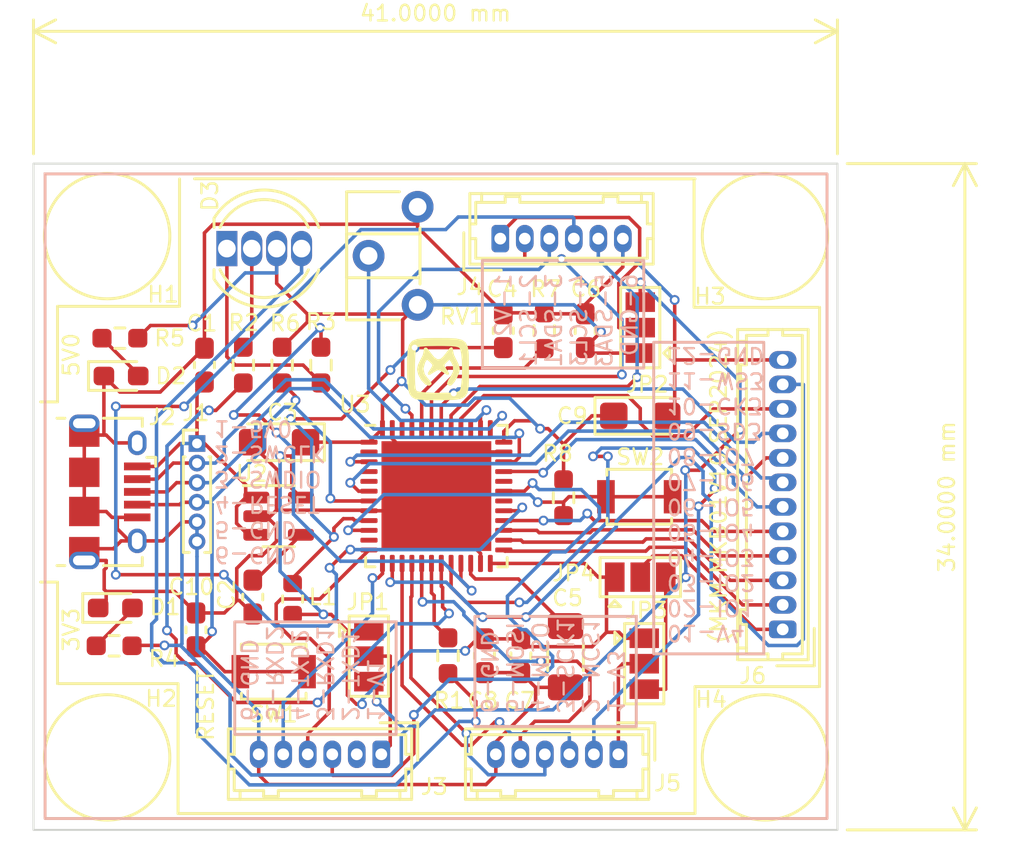
<source format=kicad_pcb>
(kicad_pcb (version 20240108) (generator "pcbnew") (generator_version "8.0")
  (title_block (title "Micro Kontroller Module (MKM)") (date "2024-09-28") (rev "1.0"))
  (layers (0 "F.Cu" signal) (31 "B.Cu" signal) (34 "B.Paste" user) (35 "F.Paste" user) (36 "B.SilkS" user "B.Silkscreen") (37 "F.SilkS" user "F.Silkscreen") (38 "B.Mask" user) (39 "F.Mask" user) (44 "Edge.Cuts" user))
  (net 0 "")
  (net 1 "+5V")
  (net 2 "GND")
  (net 3 "+3V3")
  (net 4 "NRST")
  (net 5 "SWCLK")
  (net 6 "SWDIO")
  (net 7 "VOUT1")
  (net 8 "TXD1")
  (net 9 "RXD1")
  (net 10 "TXD2")
  (net 11 "RXD2")
  (net 12 "VOUT2")
  (net 13 "I2C1_SCL")
  (net 14 "I2C1_SDA")
  (net 15 "I2C3_SCL")
  (net 16 "I2C3_SDA")
  (net 17 "VOUT3")
  (net 18 "SPI1_NCS")
  (net 19 "SPI1_SCK")
  (net 20 "SPI1_MISO")
  (net 21 "SPI1_MOSI")
  (net 22 "VOUT4")
  (net 23 "GPIO01")
  (net 24 "GPIO02")
  (net 25 "GPIO03")
  (net 26 "GPIO04")
  (net 27 "GPIO05")
  (net 28 "GPIO06")
  (net 29 "GPIO07")
  (net 30 "INP01")
  (net 31 "POT01")
  (net 32 "I2S3_SD")
  (net 33 "I2S3_CK")
  (net 34 "I2S3_WS")
  (net 35 "BOOT")
  (net 36 "Net-(D2-A)")
  (net 37 "Net-(D1-A)")
  (net 38 "GPLED1")
  (net 39 "Net-(D3-BK)")
  (net 40 "Net-(D3-GK)")
  (net 41 "Net-(D3-RK)")
  (net 42 "GPLED2")
  (net 43 "GPLED3")
  (net 44 "Net-(U2-BP)")
  (net 45 "Net-(U3-VREF+)")
  (net 46 "Net-(U3-VCAP1)")
  (footprint "Connector_PinHeader_1.00mm:PinHeader_1x06_P1.00mm_Vertical" (layer "F.Cu") (at 51.308 43.982)
    (property "Reference" "J1")
    (property "Value" "PRGMR")
  )
  (footprint "Jumper:SolderJumper-3_P1.3mm_Open_Pad1.0x1.5mm" (layer "F.Cu") (at 74.1172 55.2196 -90)
    (property "Reference" "JP3")
    (property "Value" "JMP03")
  )
  (footprint "Capacitor_SMD:C_0603_1608Metric_Pad1.08x0.95mm_HandSolder" (layer "F.Cu") (at 51.689 39.9815 90)
    (property "Reference" "C1")
    (property "Value" "104")
  )
  (footprint "MountingHole:MountingHole_3.2mm_M3" (layer "F.Cu") (at 46.725 33.4)
    (property "Reference" "H1")
    (property "Value" "MountingHole")
  )
  (footprint "Resistor_SMD:R_0603_1608Metric_Pad0.98x0.95mm_HandSolder" (layer "F.Cu") (at 57.6326 39.9815 -90)
    (property "Reference" "R3")
    (property "Value" "1K")
  )
  (footprint "Package_DFN_QFN:QFN-48-1EP_7x7mm_P0.5mm_EP5.6x5.6mm" (layer "F.Cu") (at 63.5169 46.6652)
    (property "Reference" "U3")
    (property "Value" "STM32F401CBUx")
  )
  (footprint "Resistor_SMD:R_0603_1608Metric_Pad0.98x0.95mm_HandSolder" (layer "F.Cu") (at 69.0174 38.227 -90)
    (property "Reference" "R7")
    (property "Value" "10K")
  )
  (footprint "Capacitor_SMD:C_0603_1608Metric_Pad1.08x0.95mm_HandSolder" (layer "F.Cu") (at 54.1528 51.8172 -90)
    (property "Reference" "C2")
    (property "Value" "470pF")
  )
  (footprint "Jumper:SolderJumper-3_P1.3mm_Open_Pad1.0x1.5mm" (layer "F.Cu") (at 60.071 54.834 -90)
    (property "Reference" "JP1")
    (property "Value" "JMP03")
  )
  (footprint "Capacitor_SMD:C_1206_3216Metric_Pad1.33x1.80mm_HandSolder" (layer "F.Cu") (at 70.104 54.864 -90)
    (property "Reference" "C5")
    (property "Value" "4.7uF")
  )
  (footprint "Capacitor_SMD:C_0603_1608Metric_Pad1.08x0.95mm_HandSolder" (layer "F.Cu") (at 67.8259 54.8132 -90)
    (property "Reference" "C7")
    (property "Value" "104")
  )
  (footprint "LED_SMD:LED_0603_1608Metric_Pad1.05x0.95mm_HandSolder" (layer "F.Cu") (at 47.1424 52.3748)
    (property "Reference" "D1")
    (property "Value" "RED")
  )
  (footprint "Resistor_SMD:R_0603_1608Metric_Pad0.98x0.95mm_HandSolder" (layer "F.Cu") (at 70.0024 46.7508 90)
    (property "Reference" "R8")
    (property "Value" "10K")
  )
  (footprint "Jumper:SolderJumper-3_P1.3mm_Open_Pad1.0x1.5mm" (layer "F.Cu") (at 73.914 50.8024)
    (property "Reference" "JP4")
    (property "Value" "JMP03")
  )
  (footprint "MountingHole:MountingHole_3.2mm_M3" (layer "F.Cu") (at 46.725 60)
    (property "Reference" "H2")
    (property "Value" "MountingHole")
  )
  (footprint "Resistor_SMD:R_0603_1608Metric_Pad0.98x0.95mm_HandSolder" (layer "F.Cu") (at 64.1096 54.8132 -90)
    (property "Reference" "R1")
    (property "Value" "1K")
  )
  (footprint "MountingHole:MountingHole_3.2mm_M3" (layer "F.Cu") (at 80.275 33.4)
    (property "Reference" "H3")
    (property "Value" "MountingHole")
  )
  (footprint "Inductor_SMD:L_0603_1608Metric" (layer "F.Cu") (at 56.1848 51.9177 90)
    (property "Reference" "L1")
    (property "Value" "10uH")
  )
  (footprint "Resistor_SMD:R_0603_1608Metric_Pad0.98x0.95mm_HandSolder" (layer "F.Cu") (at 47.3758 38.608)
    (property "Reference" "R5")
    (property "Value" "1K")
  )
  (footprint "Connector_Hirose:Hirose_DF13-06P-1.25DSA_1x06_P1.25mm_Vertical" (layer "F.Cu") (at 72.798 59.8424 180)
    (property "Reference" "J5")
    (property "Value" "Conn_01x06")
  )
  (footprint "Button_Switch_SMD:SW_SPST_B3U-1000P" (layer "F.Cu") (at 73.8632 46.7)
    (property "Reference" "SW2")
    (property "Value" "RESET")
  )
  (footprint "Jumper:SolderJumper-3_P1.3mm_Open_Pad1.0x1.5mm" (layer "F.Cu") (at 73.914 38.07 90)
    (property "Reference" "JP2")
    (property "Value" "JMP03")
  )
  (footprint "MKM-FTP-V10:MKMLOGO-P" (layer "F.Cu") (at 63.62 40.2)
    (property "Reference" "U1" (hide yes))
    (property "Value" "MKM-LOGON-V10" (hide yes))
  )
  (footprint "Capacitor_SMD:C_0603_1608Metric_Pad1.08x0.95mm_HandSolder" (layer "F.Cu") (at 65.9677 54.8132 -90)
    (property "Reference" "C8")
    (property "Value" "104")
  )
  (footprint "Connector_USB:USB_Micro-B_Amphenol_10118194_Horizontal" (layer "F.Cu") (at 46.86 46.452 -90)
    (property "Reference" "J2")
    (property "Value" "Conn_01x06")
  )
  (footprint "Resistor_SMD:R_0603_1608Metric_Pad0.98x0.95mm_HandSolder" (layer "F.Cu") (at 55.6514 39.9815 90)
    (property "Reference" "R6")
    (property "Value" "4K7")
  )
  (footprint "Connector_Hirose:Hirose_DF13-06P-1.25DSA_1x06_P1.25mm_Vertical" (layer "F.Cu") (at 66.775 33.528)
    (property "Reference" "J4")
    (property "Value" "Conn_01x06")
  )
  (footprint "LED_THT:LED_D5.0mm-4_RGB" (layer "F.Cu") (at 52.832 34.036)
    (property "Reference" "D3")
    (property "Value" "LED_BGAR")
  )
  (footprint "Capacitor_Tantalum_SMD:CP_EIA-3216-18_Kemet-A" (layer "F.Cu") (at 73.914 42.5704)
    (property "Reference" "C9")
    (property "Value" "10uF")
  )
  (footprint "MountingHole:MountingHole_3.2mm_M3" (layer "F.Cu") (at 80.275 60)
    (property "Reference" "H4")
    (property "Value" "MountingHole")
  )
  (footprint "Capacitor_Tantalum_SMD:CP_EIA-3216-18_Kemet-A" (layer "F.Cu") (at 55.4952 43.9166 180)
    (property "Reference" "C3")
    (property "Value" "4.7uF")
  )
  (footprint "Package_TO_SOT_SMD:SOT-23-5" (layer "F.Cu") (at 55.4715 47.691)
    (property "Reference" "U2")
    (property "Value" "MIC5219-3.3YM5")
  )
  (footprint "Capacitor_SMD:C_0603_1608Metric_Pad1.08x0.95mm_HandSolder" (layer "F.Cu") (at 66.929 38.227 90)
    (property "Reference" "C4")
    (property "Value" "104")
  )
  (footprint "Capacitor_SMD:C_0603_1608Metric_Pad1.08x0.95mm_HandSolder" (layer "F.Cu") (at 51.2572 53.4924 90)
    (property "Reference" "C10")
    (property "Value" "104")
  )
  (footprint "Resistor_SMD:R_0603_1608Metric_Pad0.98x0.95mm_HandSolder" (layer "F.Cu") (at 53.6702 39.9815 90)
    (property "Reference" "R2")
    (property "Value" "1K")
  )
  (footprint "Button_Switch_SMD:SW_SPST_B3U-1000P" (layer "F.Cu") (at 55.2196 55.626)
    (property "Reference" "SW1")
    (property "Value" "RESET")
  )
  (footprint "Connector_Hirose:Hirose_DF13-12P-1.25DSA_1x12_P1.25mm_Vertical" (layer "F.Cu") (at 81.1784 53.467 90)
    (property "Reference" "J6")
    (property "Value" "Conn_01x12")
  )
  (footprint "LED_SMD:LED_0603_1608Metric_Pad1.05x0.95mm_HandSolder" (layer "F.Cu") (at 47.4358 40.5384)
    (property "Reference" "D2")
    (property "Value" "BLU")
  )
  (footprint "Connector_Hirose:Hirose_DF13-06P-1.25DSA_1x06_P1.25mm_Vertical" (layer "F.Cu") (at 60.706 59.8424 180)
    (property "Reference" "J3")
    (property "Value" "Conn_01x06")
  )
  (footprint "Capacitor_SMD:C_0603_1608Metric_Pad1.08x0.95mm_HandSolder" (layer "F.Cu") (at 71.1059 38.227 90)
    (property "Reference" "C6")
    (property "Value" "104")
  )
  (footprint "Resistor_SMD:R_0603_1608Metric_Pad0.98x0.95mm_HandSolder" (layer "F.Cu") (at 47.0824 54.3052)
    (property "Reference" "R4")
    (property "Value" "2K")
  )
  (footprint "Potentiometer_THT:Potentiometer_ACP_CA6-H2,5_Horizontal" (layer "F.Cu") (at 62.5602 36.9062 180)
    (property "Reference" "RV1")
    (property "Value" "R_Potentiometer_US")
  )
  (gr_rect (start 43.561 30.226) (end 83.439 63.119) (stroke (width 0.15)) (fill none) (layer "B.SilkS"))
  (gr_line (start 76.708 56.388) (end 83.058 56.388) (stroke (width 0.15)) (layer "F.SilkS"))
  (gr_line (start 83.058 56.388) (end 83.058 37.0332) (stroke (width 0.15)) (layer "F.SilkS"))
  (gr_line (start 44.196 56.2356) (end 50.3428 56.2356) (stroke (width 0.15)) (layer "F.SilkS"))
  (gr_line (start 44.196 41.8592) (end 43.3324 41.8592) (stroke (width 0.15)) (layer "F.SilkS"))
  (gr_line (start 50.3428 56.2356) (end 50.3428 62.865) (stroke (width 0.15)) (layer "F.SilkS"))
  (gr_circle (center 80.275 60) (end 83.475 60) (stroke (width 0.15)) (fill none) (layer "F.SilkS"))
  (gr_line (start 44.196 51.054) (end 44.196 56.2356) (stroke (width 0.15)) (layer "F.SilkS"))
  (gr_circle (center 46.725 33.4) (end 49.925 33.4) (stroke (width 0.15)) (fill none) (layer "F.SilkS"))
  (gr_line (start 50.419 36.9824) (end 44.196 36.9824) (stroke (width 0.15)) (layer "F.SilkS"))
  (gr_circle (center 46.725 60) (end 49.925 60) (stroke (width 0.15)) (fill none) (layer "F.SilkS"))
  (gr_line (start 44.196 51.054) (end 43.3324 51.054) (stroke (width 0.15)) (layer "F.SilkS"))
  (gr_line (start 50.3428 62.865) (end 76.708 62.865) (stroke (width 0.15)) (layer "F.SilkS"))
  (gr_line (start 83.058 37.0332) (end 76.6572 37.0332) (stroke (width 0.15)) (layer "F.SilkS"))
  (gr_line (start 76.708 30.48) (end 51.181 30.4745) (stroke (width 0.15)) (layer "F.SilkS"))
  (gr_circle (center 80.275 33.4) (end 83.475 33.4) (stroke (width 0.15)) (fill none) (layer "F.SilkS"))
  (gr_line (start 50.419 30.4855) (end 50.419 36.9824) (stroke (width 0.15)) (layer "F.SilkS"))
  (gr_line (start 76.708 62.865) (end 76.708 56.388) (stroke (width 0.15)) (layer "F.SilkS"))
  (gr_line (start 76.6572 37.0332) (end 76.6572 30.48) (stroke (width 0.15)) (layer "F.SilkS"))
  (gr_line (start 44.196 36.9824) (end 44.196 41.8592) (stroke (width 0.15)) (layer "F.SilkS"))
  (gr_rect (start 42.97 29.7) (end 83.97 63.7) (stroke (width 0.1)) (fill none) (layer "Edge.Cuts"))
  (gr_text "6-GND\n5-GND\n4-RESET\n3-SWDIO\n2-SWCLK\n1-5V0" (at 52.1208 42.7482 180) (layer "B.SilkS") (effects (font (size 0.8 0.8) (thickness 0.12)) (justify left bottom mirror)))
  (gr_text "5V0" (at 45.3644 40.64 90) (layer "F.SilkS") (effects (font (size 0.8 0.8) (thickness 0.12)) (justify left bottom)))
  (gr_text "(MKM,MKB01V10,SEP2024)" (at 78.38 54.2528 90) (layer "F.SilkS") (effects (font (size 0.8 0.8) (thickness 0.12)) (justify left bottom)))
  (gr_text "RESET" (at 52.2224 59.2328 90) (layer "F.SilkS") (effects (font (size 0.8 0.8) (thickness 0.12)) (justify left bottom)))
  (gr_text "3V3" (at 45.3644 54.6608 90) (layer "F.SilkS") (effects (font (size 0.8 0.8) (thickness 0.12)) (justify left bottom)))
  (gr_text_box "1-V3\n2-NCS1\n3-SCK1\n4-MISO\n5-MOSI\n6-GND" (start 73.7108 52.8066) (end 65.4812 58.42) (angle 270) (layer "B.SilkS") (effects (font (size 0.8 0.8) (thickness 0.12)) (justify left top mirror)) (border yes) (stroke (width 0.15)))
  (gr_text_box "1-V2\n2-SCL1\n3-SDA1\n4-SCL3\n5-SDA3\n6-GND" (start 65.8622 40.132) (end 74.091799 34.6456) (angle 90) (layer "B.SilkS") (effects (font (size 0.8 0.8) (thickness 0.12)) (justify left top mirror)) (border yes) (stroke (width 0.15)))
  (gr_text_box "01-V4\n02-IO1\n03-IO2\n04-IO3\n05-IO4\n06-IO5\n07-IO6\n08-IO7\n09-SD3\n10-CK3\n11-WS3\n12-GND" (start 80.2132 54.717) (end 74.5998 38.8166) (angle 180) (layer "B.SilkS") (effects (font (size 0.8 0.8) (thickness 0.12)) (justify left top mirror)) (border yes) (stroke (width 0.15)))
  (gr_text_box "1-V1\n2-TXD1\n3-RXD1\n4-TXD2\n5-RXD2\n6-GND" (start 61.463599 53.0844) (end 53.234 58.8248) (angle 270) (layer "B.SilkS") (effects (font (size 0.8 0.8) (thickness 0.12)) (justify left top mirror)) (border yes) (stroke (width 0.15)))
  (dimension (type aligned) (layer "F.SilkS") (pts (xy 83.97 63.7) (xy 83.97 29.7)) (height 6.5) (gr_text "34.0000 mm" (at 89.55 46.7 90) (layer "F.SilkS") (effects (font (size 0.8 0.8) (thickness 0.12)))) (format (prefix "") (suffix "") (units 3) (units_format 1) (precision 4)) (style (thickness 0.15) (arrow_length 1.27) (text_position_mode 0) (extension_height 0.58642) (extension_offset 0.5) keep_text_aligned))
  (dimension (type aligned) (layer "F.SilkS") (pts (xy 42.97 29.7) (xy 83.97 29.7)) (height -6.75) (gr_text "41.0000 mm" (at 63.47 22.03 0) (layer "F.SilkS") (effects (font (size 0.8 0.8) (thickness 0.12)))) (format (prefix "") (suffix "") (units 3) (units_format 1) (precision 4)) (style (thickness 0.15) (arrow_length 1.27) (text_position_mode 0) (extension_height 0.58642) (extension_offset 0.5) keep_text_aligned))
  (segment (start 73.914 36.77) (end 73.914 35.7881) (width 0.18) (layer "F.Cu") (net 1))
  (segment (start 76.928 45.3455) (end 78.9963 43.2772) (width 0.18) (layer "F.Cu") (net 1))
  (segment (start 48.26 45.152) (end 49.2767 45.152) (width 0.18) (layer "F.Cu") (net 1))
  (segment (start 54.334 48.641) (end 53.9122 48.641) (width 0.18) (layer "F.Cu") (net 1))
  (segment (start 53.7909 46.0815) (end 53.7909 46.741) (width 0.18) (layer "F.Cu") (net 1))
  (segment (start 50.4467 43.982) (end 51.308 43.982) (width 0.18) (layer "F.Cu") (net 1))
  (segment (start 51.308 43.5986) (end 53.7909 46.0815) (width 0.18) (layer "F.Cu") (net 1))
  (segment (start 51.689 40.844) (end 51.308 41.225) (width 0.18) (layer "F.Cu") (net 1))
  (segment (start 74.1172 56.5196) (end 75.2089 56.5196) (width 0.18) (layer "F.Cu") (net 1))
  (segment (start 60.4744 56.5374) (end 60.4744 57.1514) (width 0.18) (layer "F.Cu") (net 1))
  (segment (start 53.9122 48.641) (end 53.3276 48.0564) (width 0.18) (layer "F.Cu") (net 1))
  (segment (start 53.3276 48.0564) (end 53.3276 47.2043) (width 0.18) (layer "F.Cu") (net 1))
  (segment (start 51.308 43.5986) (end 51.308 43.2153) (width 0.18) (layer "F.Cu") (net 1))
  (segment (start 75.214 50.8024) (end 75.214 51.8941) (width 0.18) (layer "F.Cu") (net 1))
  (segment (start 75.2089 51.8992) (end 75.214 51.8941) (width 0.18) (layer "F.Cu") (net 1))
  (segment (start 76.2352 50.8024) (end 75.214 50.8024) (width 0.18) (layer "F.Cu") (net 1))
  (segment (start 49.2767 45.152) (end 50.4467 43.982) (width 0.18) (layer "F.Cu") (net 1))
  (segment (start 73.914 35.7881) (end 73.9367 35.7654) (width 0.18) (layer "F.Cu") (net 1))
  (segment (start 54.334 46.741) (end 53.7909 46.741) (width 0.18) (layer "F.Cu") (net 1))
  (segment (start 47.9949 54.3052) (end 48.0152 54.2849) (width 0.18) (layer "F.Cu") (net 1))
  (segment (start 75.2089 56.5196) (end 75.2089 51.8992) (width 0.18) (layer "F.Cu") (net 1))
  (segment (start 60.071 56.134) (end 60.4744 56.5374) (width 0.18) (layer "F.Cu") (net 1))
  (segment (start 51.308 43.982) (end 51.308 43.5986) (width 0.18) (layer "F.Cu") (net 1))
  (segment (start 76.2052 45.3455) (end 76.928 45.3455) (width 0.18) (layer "F.Cu") (net 1))
  (segment (start 48.0152 54.2849) (end 49.6502 54.2849) (width 0.18) (layer "F.Cu") (net 1))
  (segment (start 53.3276 47.2043) (end 53.7909 46.741) (width 0.18) (layer "F.Cu") (net 1))
  (segment (start 51.308 41.225) (end 51.308 43.2153) (width 0.18) (layer "F.Cu") (net 1))
  (via (at 76.2052 45.3455) (size 0.5) (drill 0.3) (layers "F.Cu" "B.Cu") (net 1))
  (via (at 60.4744 57.1514) (size 0.5) (drill 0.3) (layers "F.Cu" "B.Cu") (net 1))
  (via (at 73.9367 35.7654) (size 0.5) (drill 0.3) (layers "F.Cu" "B.Cu") (net 1))
  (via (at 49.6502 54.2849) (size 0.5) (drill 0.3) (layers "F.Cu" "B.Cu") (net 1))
  (via (at 78.9963 43.2772) (size 0.5) (drill 0.3) (layers "F.Cu" "B.Cu") (net 1))
  (via (at 76.2352 50.8024) (size 0.5) (drill 0.3) (layers "F.Cu" "B.Cu") (net 1))
  (segment (start 49.6502 54.2849) (end 50.462 54.2849) (width 0.18) (layer "B.Cu") (net 1))
  (segment (start 73.9367 35.7654) (end 78.9963 40.825) (width 0.18) (layer "B.Cu") (net 1))
  (segment (start 62.6124 58.4199) (end 63.4576 57.5747) (width 0.18) (layer "B.Cu") (net 1))
  (segment (start 62.1602 58.4199) (end 62.6124 58.4199) (width 0.18) (layer "B.Cu") (net 1))
  (segment (start 78.9963 40.825) (end 78.9963 43.2772) (width 0.18) (layer "B.Cu") (net 1))
  (segment (start 50.5413 43.982) (end 50.5413 54.2056) (width 0.18) (layer "B.Cu") (net 1))
  (segment (start 76.2052 45.3455) (end 76.2352 45.3755) (width 0.18) (layer "B.Cu") (net 1))
  (segment (start 63.4576 57.5747) (end 69.4629 57.5747) (width 0.18) (layer "B.Cu") (net 1))
  (segment (start 50.462 54.2849) (end 52.9953 56.8182) (width 0.18) (layer "B.Cu") (net 1))
  (segment (start 61.7282 58.8519) (end 61.9516 58.6285) (width 0.18) (layer "B.Cu") (net 1))
  (segment (start 52.9953 59.8094) (end 54.0814 60.8955) (width 0.18) (layer "B.Cu") (net 1))
  (segment (start 61.9516 58.6285) (end 62.1602 58.4199) (width 0.18) (layer "B.Cu") (net 1))
  (segment (start 52.9953 56.8182) (end 52.9953 59.8094) (width 0.18) (layer "B.Cu") (net 1))
  (segment (start 76.2352 45.3755) (end 76.2352 50.8024) (width 0.18) (layer "B.Cu") (net 1))
  (segment (start 61.7282 60.351) (end 61.7282 58.8519) (width 0.18) (layer "B.Cu") (net 1))
  (segment (start 61.1837 60.8955) (end 61.7282 60.351) (width 0.18) (layer "B.Cu") (net 1))
  (segment (start 61.9516 58.6285) (end 60.4744 57.1514) (width 0.18) (layer "B.Cu") (net 1))
  (segment (start 54.0814 60.8955) (end 61.1837 60.8955) (width 0.18) (layer "B.Cu") (net 1))
  (segment (start 51.308 43.982) (end 50.5413 43.982) (width 0.18) (layer "B.Cu") (net 1))
  (segment (start 50.5413 54.2056) (end 50.462 54.2849) (width 0.18) (layer "B.Cu") (net 1))
  (segment (start 69.4629 57.5747) (end 76.2352 50.8024) (width 0.18) (layer "B.Cu") (net 1))
  (segment (start 69.0674 37.3645) (end 71.1059 37.3645) (width 0.18) (layer "F.Cu") (net 2))
  (segment (start 54.841 47.691) (end 54.9499 47.7999) (width 0.18) (layer "F.Cu") (net 2))
  (segment (start 63.5169 44.4152) (end 66.9544 44.4152) (width 0.18) (layer "F.Cu") (net 2))
  (segment (start 49.5713 48.952) (end 48.26 48.952) (width 0.18) (layer "F.Cu") (net 2))
  (segment (start 62.5602 32.7939) (end 62.5602 32.9457) (width 0.18) (layer "F.Cu") (net 2))
  (segment (start 75.6695 42.1649) (end 75.6695 39.717) (width 0.18) (layer "F.Cu") (net 2))
  (segment (start 69.0174 37.3145) (end 69.0674 37.3645) (width 0.18) (layer "F.Cu") (net 2))
  (segment (start 45.56 47.452) (end 46.6767 47.452) (width 0.18) (layer "F.Cu") (net 2))
  (segment (start 54.334 47.691) (end 54.841 47.691) (width 0.18) (layer "F.Cu") (net 2))
  (segment (start 46.1184 43.552) (end 45.56 42.9936) (width 0.18) (layer "F.Cu") (net 2))
  (segment (start 61.2669 43.7382) (end 61.9439 44.4152) (width 0.18) (layer "F.Cu") (net 2))
  (segment (start 71.1059 36.8902) (end 73.025 34.9711) (width 0.18) (layer "F.Cu") (net 2))
  (segment (start 71.1059 37.3645) (end 71.1059 36.8902) (width 0.18) (layer "F.Cu") (net 2))
  (segment (start 51.689 33.2354) (end 51.689 39.119) (width 0.18) (layer "F.Cu") (net 2))
  (segment (start 53.3352 51.9955) (end 53.3352 50.3548) (width 0.18) (layer "F.Cu") (net 2))
  (segment (start 61.9439 44.4152) (end 63.5169 44.4152) (width 0.18) (layer "F.Cu") (net 2))
  (segment (start 46.6767 51.9655) (end 46.6767 51.5297) (width 0.18) (layer "F.Cu") (net 2))
  (segment (start 65.7669 50.1027) (end 65.7669 49.5922) (width 0.18) (layer "F.Cu") (net 2))
  (segment (start 46.5608 43.552) (end 46.6767 43.552) (width 0.18) (layer "F.Cu") (net 2))
  (segment (start 54.1452 44.0626) (end 55.3616 45.279) (width 0.18) (layer "F.Cu") (net 2))
  (segment (start 48.26 43.952) (end 47.0767 43.952) (width 0.18) (layer "F.Cu") (net 2))
  (segment (start 62.5602 32.7939) (end 62.5602 31.9062) (width 0.18) (layer "F.Cu") (net 2))
  (segment (start 50.5413 47.982) (end 49.5713 48.952) (width 0.18) (layer "F.Cu") (net 2))
  (segment (start 66.0472 61.3849) (end 66.548 60.8841) (width 0.18) (layer "F.Cu") (net 2))
  (segment (start 68.5767 56.4265) (end 68.5767 57.1877) (width 0.18) (layer "F.Cu") (net 2))
  (segment (start 47.86 48.952) (end 47.2433 48.3353) (width 0.18) (layer "F.Cu") (net 2))
  (segment (start 61.2669 43.2277) (end 61.2669 43.7382) (width 0.18) (layer "F.Cu") (net 2))
  (segment (start 68.5767 57.1877) (end 66.548 59.2164) (width 0.18) (layer "F.Cu") (net 2))
  (segment (start 45.56 42.9936) (end 45.56 42.952) (width 0.18) (layer "F.Cu") (net 2))
  (segment (start 52.7008 52.6299) (end 53.3352 51.9955) (width 0.18) (layer "F.Cu") (net 2))
  (segment (start 55.3598 48.2098) (end 54.9499 47.7999) (width 0.18) (layer "F.Cu") (net 2))
  (segment (start 46.5753 51.4283) (end 46.6767 51.5297) (width 0.18) (layer "F.Cu") (net 2))
  (segment (start 68.5767 56.4265) (end 67.8259 55.6757) (width 0.18) (layer "F.Cu") (net 2))
  (segment (start 54.456 60.8841) (end 54.9568 61.3849) (width 0.18) (layer "F.Cu") (net 2))
  (segment (start 45.56 49.952) (end 45.56 49.352) (width 0.18) (layer "F.Cu") (net 2))
  (segment (start 75.6695 39.717) (end 75.6695 36.6583) (width 0.18) (layer "F.Cu") (net 2))
  (segment (start 66.548 59.9358) (end 66.548 60.8841) (width 0.18) (layer "F.Cu") (net 2))
  (segment (start 75.6695 39.717) (end 80.1367 39.717) (width 0.18) (layer "F.Cu") (net 2))
  (segment (start 55.3616 47.3882) (end 54.9499 47.7999) (width 0.18) (layer "F.Cu") (net 2))
  (segment (start 50.157 51.5297) (end 51.2572 52.6299) (width 0.18) (layer "F.Cu") (net 2))
  (segment (start 51.308 47.982) (end 50.5413 47.982) (width 0.18) (layer "F.Cu") (net 2))
  (segment (start 46.9767 47.752) (end 47.2433 47.752) (width 0.18) (layer "F.Cu") (net 2))
  (segment (start 53.4686 51.9955) (end 53.3352 51.9955) (width 0.18) (layer "F.Cu") (net 2))
  (segment (start 45.56 45.452) (end 45.56 47.452) (width 0.18) (layer "F.Cu") (net 2))
  (segment (start 54.1452 43.9166) (end 54.1452 44.0626) (width 0.18) (layer "F.Cu") (net 2))
  (segment (start 46.6767 51.5297) (end 50.157 51.5297) (width 0.18) (layer "F.Cu") (net 2))
  (segment (start 45.56 49.952) (end 46.6767 49.952) (width 0.18) (layer "F.Cu") (net 2))
  (segment (start 75.264 42.5704) (end 75.6695 42.1649) (width 0.18) (layer "F.Cu") (net 2))
  (segment (start 65.9677 55.6757) (end 67.8259 55.6757) (width 0.18) (layer "F.Cu") (net 2))
  (segment (start 62.5602 32.7939) (end 52.1305 32.7939) (width 0.18) (layer "F.Cu") (net 2))
  (segment (start 81.1784 39.717) (end 80.1367 39.717) (width 0.18) (layer "F.Cu") (net 2))
  (segment (start 47.3784 41.356) (end 46.5608 40.5384) (width 0.18) (layer "F.Cu") (net 2))
  (segment (start 65.7669 49.5922) (end 63.1784 47.0037) (width 0.18) (layer "F.Cu") (net 2))
  (segment (start 47.2433 48.3353) (end 47.2433 47.752) (width 0.18) (layer "F.Cu") (net 2))
  (segment (start 46.6767 47.452) (end 46.9767 47.752) (width 0.18) (layer "F.Cu") (net 2))
  (segment (start 46.5608 40.5384) (end 46.5608 43.552) (width 0.18) (layer "F.Cu") (net 2))
  (segment (start 46.1184 43.552) (end 46.5608 43.552) (width 0.18) (layer "F.Cu") (net 2))
  (segment (start 73.025 34.9711) (end 73.025 33.528) (width 0.18) (layer "F.Cu") (net 2))
  (segment (start 46.6767 50.3307) (end 46.5753 50.4321) (width 0.18) (layer "F.Cu") (net 2))
  (segment (start 48.26 47.752) (end 47.2433 47.752) (width 0.18) (layer "F.Cu") (net 2))
  (segment (start 54.1528 52.6797) (end 53.4686 51.9955) (width 0.18) (layer "F.Cu") (net 2))
  (segment (start 52.1305 32.7939) (end 51.689 33.2354) (width 0.18) (layer "F.Cu") (net 2))
  (segment (start 48.06 48.952) (end 47.86 48.952) (width 0.18) (layer "F.Cu") (net 2))
  (segment (start 46.2674 52.3748) (end 46.6767 51.9655) (width 0.18) (layer "F.Cu") (net 2))
  (segment (start 47.0767 43.952) (end 46.6767 43.552) (width 0.18) (layer "F.Cu") (net 2))
  (segment (start 66.548 59.9358) (end 66.548 59.8424) (width 0.18) (layer "F.Cu") (net 2))
  (segment (start 63.1784 47.0037) (end 62.7669 47.4152) (width 0.18) (layer "F.Cu") (net 2))
  (segment (start 62.5602 32.9457) (end 66.929 37.3145) (width 0.18) (layer "F.Cu") (net 2))
  (segment (start 54.9568 61.3849) (end 66.0472 61.3849) (width 0.18) (layer "F.Cu") (net 2))
  (segment (start 60.0524 47.3882) (end 55.3616 47.3882) (width 0.18) (layer "F.Cu") (net 2))
  (segment (start 46.6767 49.952) (end 46.6767 50.3307) (width 0.18) (layer "F.Cu") (net 2))
  (segment (start 45.56 49.352) (end 47.0433 49.352) (width 0.18) (layer "F.Cu") (net 2))
  (segment (start 48.06 48.952) (end 48.26 48.952) (width 0.18) (layer "F.Cu") (net 2))
  (segment (start 66.548 59.2164) (end 66.548 59.8424) (width 0.18) (layer "F.Cu") (net 2))
  (segment (start 60.0794 47.4152) (end 60.0524 47.3882) (width 0.18) (layer "F.Cu") (net 2))
  (segment (start 45.56 43.552) (end 45.56 45.452) (width 0.18) (layer "F.Cu") (net 2))
  (segment (start 63.5169 46.6652) (end 63.1784 47.0037) (width 0.18) (layer "F.Cu") (net 2))
  (segment (start 51.689 39.119) (end 51.6685 39.119) (width 0.18) (layer "F.Cu") (net 2))
  (segment (start 47.86 48.952) (end 47.4433 48.952) (width 0.18) (layer "F.Cu") (net 2))
  (segment (start 46.5753 50.4321) (end 46.5753 51.4283) (width 0.18) (layer "F.Cu") (net 2))
  (segment (start 51.2572 52.6299) (end 52.7008 52.6299) (width 0.18) (layer "F.Cu") (net 2))
  (segment (start 62.7669 47.4152) (end 60.0794 47.4152) (width 0.18) (layer "F.Cu") (net 2))
  (segment (start 55.3616 45.279) (end 55.3616 47.3882) (width 0.18) (layer "F.Cu") (net 2))
  (segment (start 55.3598 48.9759) (end 55.3598 48.2098) (width 0.18) (layer "F.Cu") (net 2))
  (segment (start 53.3352 50.3548) (end 53.9824 49.7076) (width 0.18) (layer "F.Cu") (net 2))
  (segment (start 53.9824 49.7076) (end 54.6281 49.7076) (width 0.18) (layer "F.Cu") (net 2))
  (segment (start 63.5169 44.4152) (end 63.5169 46.6652) (width 0.18) (layer "F.Cu") (net 2))
  (segment (start 66.929 37.3145) (end 66.929 37.3645) (width 0.18) (layer "F.Cu") (net 2))
  (segment (start 54.6281 49.7076) (end 55.3598 48.9759) (width 0.18) (layer "F.Cu") (net 2))
  (segment (start 47.0433 49.352) (end 47.4433 48.952) (width 0.18) (layer "F.Cu") (net 2))
  (segment (start 54.456 59.8424) (end 54.456 60.8841) (width 0.18) (layer "F.Cu") (net 2))
  (segment (start 45.56 43.552) (end 46.1184 43.552) (width 0.18) (layer "F.Cu") (net 2))
  (segment (start 70.104 56.4265) (end 68.5767 56.4265) (width 0.18) (layer "F.Cu") (net 2))
  (segment (start 51.6685 39.119) (end 49.4315 41.356) (width 0.18) (layer "F.Cu") (net 2))
  (segment (start 66.929 37.3145) (end 69.0174 37.3145) (width 0.18) (layer "F.Cu") (net 2))
  (segment (start 49.4315 41.356) (end 47.3784 41.356) (width 0.18) (layer "F.Cu") (net 2))
  (via (at 75.6695 36.6583) (size 0.5) (drill 0.3) (layers "F.Cu" "B.Cu") (net 2))
  (segment (start 54.456 57.6683) (end 54.456 58.8007) (width 0.18) (layer "B.Cu") (net 2))
  (segment (start 73.025 33.528) (end 73.025 34.5697) (width 0.18) (layer "B.Cu") (net 2))
  (segment (start 51.308 48.982) (end 51.308 47.982) (width 0.18) (layer "B.Cu") (net 2))
  (segment (start 51.308 49.7487) (end 51.308 54.5203) (width 0.18) (layer "B.Cu") (net 2))
  (segment (start 73.025 34.5697) (end 73.5809 34.5697) (width 0.18) (layer "B.Cu") (net 2))
  (segment (start 54.456 59.8424) (end 54.456 58.8007) (width 0.18) (layer "B.Cu") (net 2))
  (segment (start 73.5809 34.5697) (end 75.6695 36.6583) (width 0.18) (layer "B.Cu") (net 2))
  (segment (start 51.308 48.982) (end 51.308 49.7487) (width 0.18) (layer "B.Cu") (net 2))
  (segment (start 51.308 54.5203) (end 54.456 57.6683) (width 0.18) (layer "B.Cu") (net 2))
  (segment (start 56.8466 43.9152) (end 56.8452 43.9166) (width 0.18) (layer "F.Cu") (net 3))
  (segment (start 48.2883 38.608) (end 48.937 37.9593) (width 0.18) (layer "F.Cu") (net 3))
  (segment (start 71.4486 42.5704) (end 70.0024 44.0166) (width 0.18) (layer "F.Cu") (net 3))
  (segment (start 61.7963 40.7566) (end 61.7963 37.6701) (width 0.18) (layer "F.Cu") (net 3))
  (segment (start 70.0024 44.0166) (end 70.0024 45.8383) (width 0.18) (layer "F.Cu") (net 3))
  (segment (start 73.1339 53.9196) (end 72.8289 53.6146) (width 0.18) (layer "F.Cu") (net 3))
  (segment (start 60.0794 43.9152) (end 56.8466 43.9152) (width 0.18) (layer "F.Cu") (net 3))
  (segment (start 56.9365 37.3783) (end 56.9365 37.7839) (width 0.18) (layer "F.Cu") (net 3))
  (segment (start 55.372 35.8138) (end 56.9365 37.3783) (width 0.18) (layer "F.Cu") (net 3))
  (segment (start 59.1731 53.534) (end 58.9793 53.534) (width 0.18) (layer "F.Cu") (net 3))
  (segment (start 72.614 50.8024) (end 72.1932 50.8024) (width 0.18) (layer "F.Cu") (net 3))
  (segment (start 56.1421 46.2741) (end 56.609 46.741) (width 0.18) (layer "F.Cu") (net 3))
  (segment (start 68.8072 43.2261) (end 68.4039 42.8228) (width 0.18) (layer "F.Cu") (net 3))
  (segment (start 57.7534 52.7052) (end 57.7534 52.7036) (width 0.18) (layer "F.Cu") (net 3))
  (segment (start 56.1848 52.7052) (end 57.7534 52.7052) (width 0.18) (layer "F.Cu") (net 3))
  (segment (start 56.8452 43.9166) (end 56.1421 44.6197) (width 0.18) (layer "F.Cu") (net 3))
  (segment (start 68.2269 54.3517) (end 67.8259 53.9507) (width 0.18) (layer "F.Cu") (net 3))
  (segment (start 62.0881 37.3783) (end 62.5602 36.9062) (width 0.18) (layer "F.Cu") (net 3))
  (segment (start 60.7669 43.2277) (end 60.0794 43.9152) (width 0.18) (layer "F.Cu") (net 3))
  (segment (start 59.3668 53.534) (end 59.4235 53.534) (width 0.18) (layer "F.Cu") (net 3))
  (segment (start 60.7669 41.786) (end 61.746 40.8069) (width 0.18) (layer "F.Cu") (net 3))
  (segment (start 48.937 37.9593) (end 51.0839 37.9593) (width 0.18) (layer "F.Cu") (net 3))
  (segment (start 59.5252 53.534) (end 59.4235 53.534) (width 0.18) (layer "F.Cu") (net 3))
  (segment (start 72.8289 53.6146) (end 72.1932 53.6146) (width 0.18) (layer "F.Cu") (net 3))
  (segment (start 58.9793 53.7278) (end 58.9793 56.8235) (width 0.18) (layer "F.Cu") (net 3))
  (segment (start 60.7669 43.2277) (end 60.7669 41.786) (width 0.18) (layer "F.Cu") (net 3))
  (segment (start 71.1059 39.0895) (end 71.9103 38.2851) (width 0.18) (layer "F.Cu") (net 3))
  (segment (start 65.9677 53.9507) (end 65.6 53.9507) (width 0.18) (layer "F.Cu") (net 3))
  (segment (start 72.1932 50.8024) (end 71.7723 50.8024) (width 0.18) (layer "F.Cu") (net 3))
  (segment (start 72.1932 53.6146) (end 71.4561 54.3517) (width 0.18) (layer "F.Cu") (net 3))
  (segment (start 58.9793 53.534) (end 58.1505 52.7052) (width 0.18) (layer "F.Cu") (net 3))
  (segment (start 59.1731 53.534) (end 58.9793 53.7278) (width 0.18) (layer "F.Cu") (net 3))
  (segment (start 59.5252 53.534) (end 60.071 53.534) (width 0.18) (layer "F.Cu") (net 3))
  (segment (start 58.9793 56.8235) (end 59.4428 57.287) (width 0.18) (layer "F.Cu") (net 3))
  (segment (start 67.5005 42.8228) (end 66.9544 43.3689) (width 0.18) (layer "F.Cu") (net 3))
  (segment (start 61.7963 37.6701) (end 62.5602 36.9062) (width 0.18) (layer "F.Cu") (net 3))
  (segment (start 72.564 42.5704) (end 71.4486 42.5704) (width 0.18) (layer "F.Cu") (net 3))
  (segment (start 69.2119 43.2261) (end 68.8072 43.2261) (width 0.18) (layer "F.Cu") (net 3))
  (segment (start 71.3864 39.37) (end 71.1059 39.0895) (width 0.18) (layer "F.Cu") (net 3))
  (segment (start 66.9544 43.3689) (end 66.9544 43.9152) (width 0.18) (layer "F.Cu") (net 3))
  (segment (start 68.4039 42.8228) (end 67.5005 42.8228) (width 0.18) (layer "F.Cu") (net 3))
  (segment (start 55.372 34.036) (end 55.372 35.8138) (width 0.18) (layer "F.Cu") (net 3))
  (segment (start 56.1421 44.6197) (end 56.1421 46.2741) (width 0.18) (layer "F.Cu") (net 3))
  (segment (start 61.746 40.8069) (end 61.7963 40.7566) (width 0.18) (layer "F.Cu") (net 3))
  (segment (start 67.8259 53.9507) (end 65.9677 53.9507) (width 0.18) (layer "F.Cu") (net 3))
  (segment (start 56.9365 37.7839) (end 55.6514 39.069) (width 0.18) (layer "F.Cu") (net 3))
  (segment (start 74.1172 53.9196) (end 73.1339 53.9196) (width 0.18) (layer "F.Cu") (net 3))
  (segment (start 70.0024 44.0166) (end 69.2119 43.2261) (width 0.18) (layer "F.Cu") (net 3))
  (segment (start 59.4428 57.287) (end 59.7226 57.287) (width 0.18) (layer "F.Cu") (net 3))
  (segment (start 72.1932 53.6146) (end 72.1932 50.8024) (width 0.18) (layer "F.Cu") (net 3))
  (segment (start 71.7723 50.8024) (end 71.0726 50.1027) (width 0.18) (layer "F.Cu") (net 3))
  (segment (start 71.4561 54.3517) (end 68.2269 54.3517) (width 0.18) (layer "F.Cu") (net 3))
  (segment (start 59.3668 53.534) (end 59.1731 53.534) (width 0.18) (layer "F.Cu") (net 3))
  (segment (start 56.1421 44.6197) (end 55.5459 44.6197) (width 0.18) (layer "F.Cu") (net 3))
  (segment (start 71.0726 50.1027) (end 66.2669 50.1027) (width 0.18) (layer "F.Cu") (net 3))
  (segment (start 58.1505 52.7052) (end 57.7534 52.7052) (width 0.18) (layer "F.Cu") (net 3))
  (segment (start 65.6 53.9507) (end 64.986 54.5647) (width 0.18) (layer "F.Cu") (net 3))
  (segment (start 73.914 39.37) (end 71.3864 39.37) (width 0.18) (layer "F.Cu") (net 3))
  (segment (start 56.9365 37.3783) (end 62.0881 37.3783) (width 0.18) (layer "F.Cu") (net 3))
  (via (at 68.8072 43.2261) (size 0.5) (drill 0.3) (layers "F.Cu" "B.Cu") (net 3))
  (via (at 61.746 40.8069) (size 0.5) (drill 0.3) (layers "F.Cu" "B.Cu") (net 3))
  (via (at 64.986 54.5647) (size 0.5) (drill 0.3) (layers "F.Cu" "B.Cu") (net 3))
  (via (at 55.5459 44.6197) (size 0.5) (drill 0.3) (layers "F.Cu" "B.Cu") (net 3))
  (via (at 71.9103 38.2851) (size 0.5) (drill 0.3) (layers "F.Cu" "B.Cu") (net 3))
  (via (at 57.7534 52.7036) (size 0.5) (drill 0.3) (layers "F.Cu" "B.Cu") (net 3))
  (via (at 51.0839 37.9593) (size 0.5) (drill 0.3) (layers "F.Cu" "B.Cu") (net 3))
  (via (at 59.7226 57.287) (size 0.5) (drill 0.3) (layers "F.Cu" "B.Cu") (net 3))
  (segment (start 68.8072 43.2261) (end 67.2506 41.6695) (width 0.18) (layer "B.Cu") (net 3))
  (segment (start 62.9616 42.0225) (end 61.746 40.8069) (width 0.18) (layer "B.Cu") (net 3))
  (segment (start 65.1241 42.0225) (end 62.9616 42.0225) (width 0.18) (layer "B.Cu") (net 3))
  (segment (start 59.7226 57.287) (end 59.7226 57.0612) (width 0.18) (layer "B.Cu") (net 3))
  (segment (start 62.5602 36.9062) (end 70.5314 36.9062) (width 0.18) (layer "B.Cu") (net 3))
  (segment (start 67.2506 41.6695) (end 65.4771 41.6695) (width 0.18) (layer "B.Cu") (net 3))
  (segment (start 55.372 35.2777) (end 53.7655 35.2777) (width 0.18) (layer "B.Cu") (net 3))
  (segment (start 53.7655 35.2777) (end 51.0839 37.9593) (width 0.18) (layer "B.Cu") (net 3))
  (segment (start 59.7226 57.0612) (end 62.219 54.5648) (width 0.18) (layer "B.Cu") (net 3))
  (segment (start 55.372 34.036) (end 55.372 35.2777) (width 0.18) (layer "B.Cu") (net 3))
  (segment (start 64.986 54.5648) (end 64.986 54.5647) (width 0.18) (layer "B.Cu") (net 3))
  (segment (start 55.5459 50.4961) (end 57.7534 52.7036) (width 0.18) (layer "B.Cu") (net 3))
  (segment (start 55.5459 44.6197) (end 55.5459 50.4961) (width 0.18) (layer "B.Cu") (net 3))
  (segment (start 70.5314 36.9062) (end 71.9103 38.2851) (width 0.18) (layer "B.Cu") (net 3))
  (segment (start 65.4771 41.6695) (end 65.1241 42.0225) (width 0.18) (layer "B.Cu") (net 3))
  (segment (start 62.219 54.5648) (end 64.986 54.5648) (width 0.18) (layer "B.Cu") (net 3))
  (segment (start 48.26 47.102) (end 50.4213 47.102) (width 0.18) (layer "F.Cu") (net 4))
  (segment (start 56.9196 55.626) (end 53.5196 55.626) (width 0.18) (layer "F.Cu") (net 4))
  (segment (start 51.1969 46.982) (end 51.308 46.982) (width 0.18) (layer "F.Cu") (net 4))
  (segment (start 51.4568 54.3549) (end 52.0747 53.737) (width 0.18) (layer "F.Cu") (net 4))
  (segment (start 58.2395 46.9152) (end 58.1102 46.7859) (width 0.18) (layer "F.Cu") (net 4))
  (segment (start 60.0794 46.9152) (end 58.2395 46.9152) (width 0.18) (layer "F.Cu") (net 4))
  (segment (start 52.7279 55.626) (end 51.4568 54.3549) (width 0.18) (layer "F.Cu") (net 4))
  (segment (start 55.6514 40.894) (end 56.3326 41.5752) (width 0.18) (layer "F.Cu") (net 4))
  (segment (start 51.1969 46.982) (end 50.5413 46.982) (width 0.18) (layer "F.Cu") (net 4))
  (segment (start 53.5196 55.626) (end 52.7279 55.626) (width 0.18) (layer "F.Cu") (net 4))
  (segment (start 52.0747 53.737) (end 52.0747 53.5733) (width 0.18) (layer "F.Cu") (net 4))
  (segment (start 51.4568 54.3549) (end 51.2572 54.3549) (width 0.18) (layer "F.Cu") (net 4))
  (segment (start 50.4213 47.102) (end 50.5413 46.982) (width 0.18) (layer "F.Cu") (net 4))
  (segment (start 56.3326 41.5752) (end 56.3326 41.7851) (width 0.18) (layer "F.Cu") (net 4))
  (via (at 58.1102 46.7859) (size 0.5) (drill 0.3) (layers "F.Cu" "B.Cu") (net 4))
  (via (at 56.3326 41.7851) (size 0.5) (drill 0.3) (layers "F.Cu" "B.Cu") (net 4))
  (via (at 52.0747 53.5733) (size 0.5) (drill 0.3) (layers "F.Cu" "B.Cu") (net 4))
  (segment (start 56.3326 42.1322) (end 58.1102 43.9098) (width 0.18) (layer "B.Cu") (net 4))
  (segment (start 54.7407 43.1589) (end 54.7407 44.2077) (width 0.18) (layer "B.Cu") (net 4))
  (segment (start 51.308 46.982) (end 51.9664 46.982) (width 0.18) (layer "B.Cu") (net 4))
  (segment (start 52.0747 47.0903) (end 52.0747 53.5733) (width 0.18) (layer "B.Cu") (net 4))
  (segment (start 58.1102 43.9098) (end 58.1102 46.7859) (width 0.18) (layer "B.Cu") (net 4))
  (segment (start 56.3326 42.1322) (end 55.7674 42.1322) (width 0.18) (layer "B.Cu") (net 4))
  (segment (start 55.7674 42.1322) (end 54.7407 43.1589) (width 0.18) (layer "B.Cu") (net 4))
  (segment (start 56.3326 42.1322) (end 56.3326 41.7851) (width 0.18) (layer "B.Cu") (net 4))
  (segment (start 54.7407 44.2077) (end 51.9664 46.982) (width 0.18) (layer "B.Cu") (net 4))
  (segment (start 51.9664 46.982) (end 52.0747 47.0903) (width 0.18) (layer "B.Cu") (net 4))
  (segment (start 66.2669 43.2277) (end 66.2669 43.1717) (width 0.18) (layer "F.Cu") (net 5))
  (segment (start 49.2767 45.802) (end 50.0967 44.982) (width 0.18) (layer "F.Cu") (net 5))
  (segment (start 66.2669 43.1717) (end 66.8719 42.5667) (width 0.18) (layer "F.Cu") (net 5))
  (segment (start 50.0967 44.982) (end 51.308 44.982) (width 0.18) (layer "F.Cu") (net 5))
  (segment (start 48.26 45.802) (end 49.2767 45.802) (width 0.18) (layer "F.Cu") (net 5))
  (via (at 66.8719 42.5667) (size 0.5) (drill 0.3) (layers "F.Cu" "B.Cu") (net 5))
  (segment (start 60.316 43.2375) (end 57.8099 40.7314) (width 0.18) (layer "B.Cu") (net 5))
  (segment (start 55.8431 40.7314) (end 52.69725 43.87725) (width 0.18) (layer "B.Cu") (net 5))
  (segment (start 52.69725 44.52275) (end 52.238 44.982) (width 0.18) (layer "B.Cu") (net 5))
  (segment (start 66.2011 43.2375) (end 60.316 43.2375) (width 0.18) (layer "B.Cu") (net 5))
  (segment (start 52.69725 43.87725) (end 52.69725 44.52275) (width 0.18) (layer "B.Cu") (net 5))
  (segment (start 57.8099 40.7314) (end 55.8431 40.7314) (width 0.18) (layer "B.Cu") (net 5))
  (segment (start 66.8719 42.5667) (end 66.2011 43.2375) (width 0.18) (layer "B.Cu") (net 5))
  (segment (start 52.238 44.982) (end 51.308 44.982) (width 0.18) (layer "B.Cu") (net 5))
  (segment (start 48.26 46.452) (end 49.7967 46.452) (width 0.18) (layer "F.Cu") (net 6))
  (segment (start 67.7457 44.6848) (end 67.7457 43.4648) (width 0.18) (layer "F.Cu") (net 6))
  (segment (start 66.9544 44.9152) (end 67.5153 44.9152) (width 0.18) (layer "F.Cu") (net 6))
  (segment (start 49.7967 46.452) (end 50.2667 45.982) (width 0.18) (layer "F.Cu") (net 6))
  (segment (start 50.2667 45.982) (end 51.308 45.982) (width 0.18) (layer "F.Cu") (net 6))
  (segment (start 67.5153 44.9152) (end 67.7457 44.6848) (width 0.18) (layer "F.Cu") (net 6))
  (via (at 67.7457 43.4648) (size 0.5) (drill 0.3) (layers "F.Cu" "B.Cu") (net 6))
  (segment (start 67.5413 43.6692) (end 60.137 43.6692) (width 0.18) (layer "B.Cu") (net 6))
  (segment (start 60.137 43.6692) (end 57.6548 41.187) (width 0.18) (layer "B.Cu") (net 6))
  (segment (start 54.309 43.7477) (end 52.0747 45.982) (width 0.18) (layer "B.Cu") (net 6))
  (segment (start 67.7457 43.4648) (end 67.5413 43.6692) (width 0.18) (layer "B.Cu") (net 6))
  (segment (start 57.6548 41.187) (end 56.0368 41.187) (width 0.18) (layer "B.Cu") (net 6))
  (segment (start 56.0368 41.187) (end 54.309 42.9148) (width 0.18) (layer "B.Cu") (net 6))
  (segment (start 54.309 42.9148) (end 54.309 43.7477) (width 0.18) (layer "B.Cu") (net 6))
  (segment (start 51.308 45.982) (end 52.0747 45.982) (width 0.18) (layer "B.Cu") (net 6))
  (segment (start 61.1627 54.834) (end 61.1627 59.3857) (width 0.18) (layer "F.Cu") (net 7))
  (segment (start 61.1627 59.3857) (end 60.706 59.8424) (width 0.18) (layer "F.Cu") (net 7))
  (segment (start 60.071 54.834) (end 61.1627 54.834) (width 0.18) (layer "F.Cu") (net 7))
  (segment (start 62.3672 57.8282) (end 62.3672 59.7982) (width 0.18) (layer "F.Cu") (net 9))
  (segment (start 58.206 59.8424) (end 58.206 60.8841) (width 0.18) (layer "F.Cu") (net 9))
  (segment (start 68.0094 46.4152) (end 68.4239 46.0007) (width 0.18) (layer "F.Cu") (net 9))
  (segment (start 61.2475 60.9179) (end 58.2398 60.9179) (width 0.18) (layer "F.Cu") (net 9))
  (segment (start 58.2398 60.9179) (end 58.206 60.8841) (width 0.18) (layer "F.Cu") (net 9))
  (segment (start 66.9544 46.4152) (end 68.0094 46.4152) (width 0.18) (layer "F.Cu") (net 9))
  (segment (start 62.3672 59.7982) (end 61.2475 60.9179) (width 0.18) (layer "F.Cu") (net 9))
  (via (at 62.3672 57.8282) (size 0.5) (drill 0.3) (layers "F.Cu" "B.Cu") (net 9))
  (via (at 68.4239 46.0007) (size 0.5) (drill 0.3) (layers "F.Cu" "B.Cu") (net 9))
  (segment (start 70.0971 49.5111) (end 69.407 49.5111) (width 0.18) (layer "B.Cu") (net 9))
  (segment (start 68.092 53.4845) (end 69.4427 54.8352) (width 0.18) (layer "B.Cu") (net 9))
  (segment (start 71.8295 47.7787) (end 70.0971 49.5111) (width 0.18) (layer "B.Cu") (net 9))
  (segment (start 69.407 49.5111) (end 67.1419 51.7762) (width 0.18) (layer "B.Cu") (net 9))
  (segment (start 67.1419 52.7661) (end 67.8603 53.4845) (width 0.18) (layer "B.Cu") (net 9))
  (segment (start 67.8603 53.4845) (end 68.092 53.4845) (width 0.18) (layer "B.Cu") (net 9))
  (segment (start 69.4427 54.8352) (end 69.4427 55.3504) (width 0.18) (layer "B.Cu") (net 9))
  (segment (start 71.8295 47.256) (end 71.8295 47.7787) (width 0.18) (layer "B.Cu") (net 9))
  (segment (start 69.4427 55.3504) (end 68.7804 56.0127) (width 0.18) (layer "B.Cu") (net 9))
  (segment (start 64.1827 56.0127) (end 62.3672 57.8282) (width 0.18) (layer "B.Cu") (net 9))
  (segment (start 68.4239 46.0007) (end 68.7575 46.3343) (width 0.18) (layer "B.Cu") (net 9))
  (segment (start 68.7575 46.3343) (end 70.9078 46.3343) (width 0.18) (layer "B.Cu") (net 9))
  (segment (start 68.7804 56.0127) (end 64.1827 56.0127) (width 0.18) (layer "B.Cu") (net 9))
  (segment (start 67.1419 51.7762) (end 67.1419 52.7661) (width 0.18) (layer "B.Cu") (net 9))
  (segment (start 70.9078 46.3343) (end 71.8295 47.256) (width 0.18) (layer "B.Cu") (net 9))
  (segment (start 58.0509 57.7058) (end 58.0509 54.9029) (width 0.18) (layer "F.Cu") (net 10))
  (segment (start 55.3462 53.1367) (end 55.3462 52.1681) (width 0.18) (layer "F.Cu") (net 10))
  (segment (start 55.3462 52.1681) (end 55.5965 51.9178) (width 0.18) (layer "F.Cu") (net 10))
  (segment (start 56.956 59.8424) (end 56.956 58.8007) (width 0.18) (layer "F.Cu") (net 10))
  (segment (start 56.956 58.8007) (end 58.0509 57.7058) (width 0.18) (layer "F.Cu") (net 10))
  (segment (start 56.1411 53.9316) (end 55.3462 53.1367) (width 0.18) (layer "F.Cu") (net 10))
  (segment (start 57.5768 51.9178) (end 60.0794 49.4152) (width 0.18) (layer "F.Cu") (net 10))
  (segment (start 57.0796 53.9316) (end 56.1411 53.9316) (width 0.18) (layer "F.Cu") (net 10))
  (segment (start 55.5965 51.9178) (end 57.5768 51.9178) (width 0.18) (layer "F.Cu") (net 10))
  (segment (start 58.0509 54.9029) (end 57.0796 53.9316) (width 0.18) (layer "F.Cu") (net 10))
  (segment (start 60.2593 50.8477) (end 60.540213 50.8477) (width 0.18) (layer "F.Cu") (net 11))
  (segment (start 60.7669 50.621013) (end 60.7669 50.1027) (width 0.18) (layer "F.Cu") (net 11))
  (segment (start 60.540213 50.8477) (end 60.7669 50.621013) (width 0.18) (layer "F.Cu") (net 11))
  (via (at 60.2593 50.8477) (size 0.5) (drill 0.3) (layers "F.Cu" "B.Cu") (net 11))
  (segment (start 60.2593 52.6389) (end 60.2593 50.8477) (width 0.18) (layer "B.Cu") (net 11))
  (segment (start 55.706 57.1922) (end 60.2593 52.6389) (width 0.18) (layer "B.Cu") (net 11))
  (segment (start 55.706 59.8424) (end 55.706 57.1922) (width 0.18) (layer "B.Cu") (net 11))
  (segment (start 73.8835 34.7343) (end 72.8223 35.7955) (width 0.18) (layer "F.Cu") (net 12))
  (segment (start 73.914 38.07) (end 72.8223 38.07) (width 0.18) (layer "F.Cu") (net 12))
  (segment (start 67.6153 32.4501) (end 73.334 32.4501) (width 0.18) (layer "F.Cu") (net 12))
  (segment (start 72.8223 35.7955) (end 72.8223 38.07) (width 0.18) (layer "F.Cu") (net 12))
  (segment (start 73.334 32.4501) (end 73.8835 32.9996) (width 0.18) (layer "F.Cu") (net 12))
  (segment (start 73.8835 32.9996) (end 73.8835 34.7343) (width 0.18) (layer "F.Cu") (net 12))
  (segment (start 66.775 33.2904) (end 67.6153 32.4501) (width 0.18) (layer "F.Cu") (net 12))
  (segment (start 66.775 33.528) (end 66.775 33.2904) (width 0.18) (layer "F.Cu") (net 12))
  (segment (start 63.2669 41.6563) (end 64.3604 40.5628) (width 0.18) (layer "F.Cu") (net 13))
  (segment (start 68.025 33.528) (end 68.025 34.5697) (width 0.18) (layer "F.Cu") (net 13))
  (segment (start 64.3604 40.5628) (end 72.8776 40.5628) (width 0.18) (layer "F.Cu") (net 13))
  (segment (start 72.8776 40.5628) (end 72.976 40.4644) (width 0.18) (layer "F.Cu") (net 13))
  (segment (start 68.025 34.5697) (end 69.8985 34.5697) (width 0.18) (layer "F.Cu") (net 13))
  (segment (start 63.2669 43.2277) (end 63.2669 41.6563) (width 0.18) (layer "F.Cu") (net 13))
  (via (at 72.976 40.4644) (size 0.5) (drill 0.3) (layers "F.Cu" "B.Cu") (net 13))
  (via (at 69.8985 34.5697) (size 0.5) (drill 0.3) (layers "F.Cu" "B.Cu") (net 13))
  (segment (start 69.8985 34.5697) (end 72.976 37.6472) (width 0.18) (layer "B.Cu") (net 13))
  (segment (start 72.976 37.6472) (end 72.976 40.4644) (width 0.18) (layer "B.Cu") (net 13))
  (segment (start 62.2669 43.2277) (end 62.2669 42.535) (width 0.18) (layer "F.Cu") (net 14))
  (segment (start 62.2669 42.535) (end 61.9379 42.206) (width 0.18) (layer "F.Cu") (net 14))
  (via (at 61.9379 42.206) (size 0.5) (drill 0.3) (layers "F.Cu" "B.Cu") (net 14))
  (segment (start 61.9379 42.206) (end 60.5682 40.8363) (width 0.18) (layer "B.Cu") (net 14))
  (segment (start 68.7465 35.0982) (end 69.275 34.5697) (width 0.18) (layer "B.Cu") (net 14))
  (segment (start 60.5682 37.2675) (end 62.7375 35.0982) (width 0.18) (layer "B.Cu") (net 14))
  (segment (start 60.5682 40.8363) (end 60.5682 37.2675) (width 0.18) (layer "B.Cu") (net 14))
  (segment (start 62.7375 35.0982) (end 68.7465 35.0982) (width 0.18) (layer "B.Cu") (net 14))
  (segment (start 69.275 33.528) (end 69.275 34.5697) (width 0.18) (layer "B.Cu") (net 14))
  (segment (start 59.0001 49.3974) (end 59.1309 49.3974) (width 0.18) (layer "F.Cu") (net 15))
  (segment (start 50.6472 42.0911) (end 47.167 42.0911) (width 0.18) (layer "F.Cu") (net 15))
  (segment (start 67.8962 47.2465) (end 67.7275 47.4152) (width 0.18) (layer "F.Cu") (net 15))
  (segment (start 47.167 50.6772) (end 52.6775 50.6772) (width 0.18) (layer "F.Cu") (net 15))
  (segment (start 58.0722 50.3253) (end 59.0001 49.3974) (width 0.18) (layer "F.Cu") (net 15))
  (segment (start 67.7275 47.4152) (end 66.9544 47.4152) (width 0.18) (layer "F.Cu") (net 15))
  (via (at 47.167 42.0911) (size 0.5) (drill 0.3) (layers "F.Cu" "B.Cu") (net 15))
  (via (at 67.8962 47.2465) (size 0.5) (drill 0.3) (layers "F.Cu" "B.Cu") (net 15))
  (via (at 47.167 50.6772) (size 0.5) (drill 0.3) (layers "F.Cu" "B.Cu") (net 15))
  (via (at 50.6472 42.0911) (size 0.5) (drill 0.3) (layers "F.Cu" "B.Cu") (net 15))
  (via (at 58.0722 50.3253) (size 0.5) (drill 0.3) (layers "F.Cu" "B.Cu") (net 15))
  (via (at 52.6775 50.6772) (size 0.5) (drill 0.3) (layers "F.Cu" "B.Cu") (net 15))
  (via (at 59.1309 49.3974) (size 0.5) (drill 0.3) (layers "F.Cu" "B.Cu") (net 15))
  (segment (start 58.4153 50.6684) (end 58.4153 52.8785) (width 0.18) (layer "B.Cu") (net 15))
  (segment (start 63.9905 33.0656) (end 59.6727 33.0656) (width 0.18) (layer "B.Cu") (net 15))
  (segment (start 59.6727 33.0656) (end 50.6472 42.0911) (width 0.18) (layer "B.Cu") (net 15))
  (segment (start 57.9984 53.2954) (end 55.2957 53.2954) (width 0.18) (layer "B.Cu") (net 15))
  (segment (start 59.1309 49.3974) (end 65.7453 49.3974) (width 0.18) (layer "B.Cu") (net 15))
  (segment (start 47.167 50.6772) (end 47.167 42.0911) (width 0.18) (layer "B.Cu") (net 15))
  (segment (start 64.6305 32.4256) (end 63.9905 33.0656) (width 0.18) (layer "B.Cu") (net 15))
  (segment (start 55.2957 53.2954) (end 52.6775 50.6772) (width 0.18) (layer "B.Cu") (net 15))
  (segment (start 70.4643 32.4256) (end 64.6305 32.4256) (width 0.18) (layer "B.Cu") (net 15))
  (segment (start 58.4153 52.8785) (end 57.9984 53.2954) (width 0.18) (layer "B.Cu") (net 15))
  (segment (start 65.7453 49.3974) (end 67.8962 47.2465) (width 0.18) (layer "B.Cu") (net 15))
  (segment (start 58.0722 50.3253) (end 58.4153 50.6684) (width 0.18) (layer "B.Cu") (net 15))
  (segment (start 70.525 32.4863) (end 70.4643 32.4256) (width 0.18) (layer "B.Cu") (net 15))
  (segment (start 70.525 33.528) (end 70.525 32.4863) (width 0.18) (layer "B.Cu") (net 15))
  (segment (start 65.7399 41.0705) (end 73.2832 41.0705) (width 0.18) (layer "F.Cu") (net 16))
  (segment (start 73.2832 41.0705) (end 73.7549 40.5988) (width 0.18) (layer "F.Cu") (net 16))
  (segment (start 64.2669 43.2277) (end 64.2669 42.5435) (width 0.18) (layer "F.Cu") (net 16))
  (segment (start 64.2669 42.5435) (end 65.7399 41.0705) (width 0.18) (layer "F.Cu") (net 16))
  (via (at 73.7549 40.5988) (size 0.5) (drill 0.3) (layers "F.Cu" "B.Cu") (net 16))
  (segment (start 71.775 34.5697) (end 73.7549 36.5496) (width 0.18) (layer "B.Cu") (net 16))
  (segment (start 71.775 33.528) (end 71.775 34.5697) (width 0.18) (layer "B.Cu") (net 16))
  (segment (start 73.7549 36.5496) (end 73.7549 40.5988) (width 0.18) (layer "B.Cu") (net 16))
  (segment (start 72.798 55.4471) (end 73.0255 55.2196) (width 0.18) (layer "F.Cu") (net 17))
  (segment (start 72.798 59.8424) (end 72.798 55.4471) (width 0.18) (layer "F.Cu") (net 17))
  (segment (start 74.1172 55.2196) (end 73.0255 55.2196) (width 0.18) (layer "F.Cu") (net 17))
  (segment (start 65.0416 52.0901) (end 67.7471 52.0901) (width 0.18) (layer "F.Cu") (net 18))
  (segment (start 77.7079 46.3669) (end 76.8858 47.189) (width 0.18) (layer "F.Cu") (net 18))
  (segment (start 71.5077 44.6405) (end 72.2612 44.6405) (width 0.18) (layer "F.Cu") (net 18))
  (segment (start 64.2669 50.1027) (end 64.2669 51.3154) (width 0.18) (layer "F.Cu") (net 18))
  (segment (start 64.2669 51.3154) (end 65.0416 52.0901) (width 0.18) (layer "F.Cu") (net 18))
  (segment (start 77.7079 46.2813) (end 77.7079 46.3669) (width 0.18) (layer "F.Cu") (net 18))
  (via (at 76.8858 47.189) (size 0.5) (drill 0.3) (layers "F.Cu" "B.Cu") (net 18))
  (via (at 72.2612 44.6405) (size 0.5) (drill 0.3) (layers "F.Cu" "B.Cu") (net 18))
  (via (at 77.7079 46.2813) (size 0.5) (drill 0.3) (layers "F.Cu" "B.Cu") (net 18))
  (via (at 67.7471 52.0901) (size 0.5) (drill 0.3) (layers "F.Cu" "B.Cu") (net 18))
  (via (at 71.5077 44.6405) (size 0.5) (drill 0.3) (layers "F.Cu" "B.Cu") (net 18))
  (segment (start 71.9303 44.2179) (end 71.5077 44.6405) (width 0.18) (layer "B.Cu") (net 18))
  (segment (start 77.7079 45.3716) (end 76.5542 44.2179) (width 0.18) (layer "B.Cu") (net 18))
  (segment (start 72.2612 47.9576) (end 72.2612 44.6405) (width 0.18) (layer "B.Cu") (net 18))
  (segment (start 71.548 58.054) (end 76.8858 52.7162) (width 0.18) (layer "B.Cu") (net 18))
  (segment (start 67.7471 52.0901) (end 68.1287 52.0901) (width 0.18) (layer "B.Cu") (net 18))
  (segment (start 71.548 59.8424) (end 71.548 58.054) (width 0.18) (layer "B.Cu") (net 18))
  (segment (start 76.5542 44.2179) (end 71.9303 44.2179) (width 0.18) (layer "B.Cu") (net 18))
  (segment (start 77.7079 46.2813) (end 77.7079 45.3716) (width 0.18) (layer "B.Cu") (net 18))
  (segment (start 68.1287 52.0901) (end 72.2612 47.9576) (width 0.18) (layer "B.Cu") (net 18))
  (segment (start 76.8858 52.7162) (end 76.8858 47.189) (width 0.18) (layer "B.Cu") (net 18))
  (segment (start 61.7669 56.3265) (end 64.8218 59.3814) (width 0.18) (layer "F.Cu") (net 19))
  (segment (start 64.8218 59.3814) (end 65.3121 59.3814) (width 0.18) (layer "F.Cu") (net 19))
  (segment (start 61.7669 50.1027) (end 61.7669 56.3265) (width 0.18) (layer "F.Cu") (net 19))
  (segment (start 66.501 58.1925) (end 66.735 58.1925) (width 0.18) (layer "F.Cu") (net 19))
  (segment (start 65.3121 59.3814) (end 66.501 58.1925) (width 0.18) (layer "F.Cu") (net 19))
  (via (at 66.735 58.1925) (size 0.5) (drill 0.3) (layers "F.Cu" "B.Cu") (net 19))
  (segment (start 67.3432 58.8007) (end 66.735 58.1925) (width 0.18) (layer "B.Cu") (net 19))
  (segment (start 70.298 59.8424) (end 70.298 58.8007) (width 0.18) (layer "B.Cu") (net 19))
  (segment (start 70.298 58.8007) (end 67.3432 58.8007) (width 0.18) (layer "B.Cu") (net 19))
  (segment (start 62.2669 51.7723) (end 62.22 51.8192) (width 0.18) (layer "F.Cu") (net 20))
  (segment (start 62.22 55.9428) (end 65.051 58.7738) (width 0.18) (layer "F.Cu") (net 20))
  (segment (start 62.2669 50.1027) (end 62.2669 51.7723) (width 0.18) (layer "F.Cu") (net 20))
  (segment (start 62.22 51.8192) (end 62.22 55.9428) (width 0.18) (layer "F.Cu") (net 20))
  (via (at 65.051 58.7738) (size 0.5) (drill 0.3) (layers "F.Cu" "B.Cu") (net 20))
  (segment (start 69.048 59.8424) (end 69.048 60.8841) (width 0.18) (layer "B.Cu") (net 20))
  (segment (start 65.051 59.7708) (end 65.051 58.7738) (width 0.18) (layer "B.Cu") (net 20))
  (segment (start 69.048 60.8841) (end 66.1643 60.8841) (width 0.18) (layer "B.Cu") (net 20))
  (segment (start 66.1643 60.8841) (end 65.051 59.7708) (width 0.18) (layer "B.Cu") (net 20))
  (segment (start 62.7669 52.0195) (end 62.8117 52.0643) (width 0.18) (layer "F.Cu") (net 21))
  (segment (start 62.7669 50.1027) (end 62.7669 52.0195) (width 0.18) (layer "F.Cu") (net 21))
  (segment (start 68.8419 55.0916) (end 70.6856 55.0916) (width 0.18) (layer "F.Cu") (net 21))
  (segment (start 70.6856 55.0916) (end 71.3467 55.7527) (width 0.18) (layer "F.Cu") (net 21))
  (segment (start 68.54115 58.15685) (end 67.798 58.9) (width 0.18) (layer "F.Cu") (net 21))
  (segment (start 71.3467 57.087) (end 70.27685 58.15685) (width 0.18) (layer "F.Cu") (net 21))
  (segment (start 71.3467 55.7527) (end 71.3467 57.087) (width 0.18) (layer "F.Cu") (net 21))
  (segment (start 67.798 58.9) (end 67.798 59.8424) (width 0.18) (layer "F.Cu") (net 21))
  (segment (start 70.27685 58.15685) (end 68.54115 58.15685) (width 0.18) (layer "F.Cu") (net 21))
  (via (at 62.8117 52.0643) (size 0.5) (drill 0.3) (layers "F.Cu" "B.Cu") (net 21))
  (via (at 68.8419 55.0916) (size 0.5) (drill 0.3) (layers "F.Cu" "B.Cu") (net 21))
  (segment (start 62.8196 52.0564) (end 64.3998 52.0564) (width 0.18) (layer "B.Cu") (net 21))
  (segment (start 64.3998 52.0564) (end 64.9186 52.5752) (width 0.18) (layer "B.Cu") (net 21))
  (segment (start 68.8419 55.0915) (end 68.8419 55.0916) (width 0.18) (layer "B.Cu") (net 21))
  (segment (start 64.9186 52.7341) (end 67.276 55.0915) (width 0.18) (layer "B.Cu") (net 21))
  (segment (start 64.9186 52.5752) (end 64.9186 52.7341) (width 0.18) (layer "B.Cu") (net 21))
  (segment (start 67.276 55.0915) (end 68.8419 55.0915) (width 0.18) (layer "B.Cu") (net 21))
  (segment (start 62.8117 52.0643) (end 62.8196 52.0564) (width 0.18) (layer "B.Cu") (net 21))
  (segment (start 76.0231 49.7107) (end 74.5725 49.7107) (width 0.18) (layer "F.Cu") (net 22))
  (segment (start 79.7794 53.467) (end 76.0231 49.7107) (width 0.18) (layer "F.Cu") (net 22))
  (segment (start 81.1784 53.467) (end 79.7794 53.467) (width 0.18) (layer "F.Cu") (net 22))
  (segment (start 74.5725 49.7107) (end 73.914 50.3692) (width 0.18) (layer "F.Cu") (net 22))
  (segment (start 73.914 50.3692) (end 73.914 50.8024) (width 0.18) (layer "F.Cu") (net 22))
  (segment (start 74.3936 49.279) (end 74.1975 49.4751) (width 0.18) (layer "F.Cu") (net 23))
  (segment (start 81.1784 52.217) (end 79.14 52.217) (width 0.18) (layer "F.Cu") (net 23))
  (segment (start 79.14 52.217) (end 76.202 49.279) (width 0.18) (layer "F.Cu") (net 23))
  (segment (start 76.202 49.279) (end 74.3936 49.279) (width 0.18) (layer "F.Cu") (net 23))
  (segment (start 74.1975 49.4751) (end 67.0143 49.4751) (width 0.18) (layer "F.Cu") (net 23))
  (segment (start 67.0143 49.4751) (end 66.9544 49.4152) (width 0.18) (layer "F.Cu") (net 23))
  (segment (start 76.3809 48.8473) (end 78.5006 50.967) (width 0.18) (layer "F.Cu") (net 24))
  (segment (start 74.047 49.015) (end 74.2147 48.8473) (width 0.18) (layer "F.Cu") (net 24))
  (segment (start 67.835 48.9152) (end 67.9348 49.015) (width 0.18) (layer "F.Cu") (net 24))
  (segment (start 67.9348 49.015) (end 74.047 49.015) (width 0.18) (layer "F.Cu") (net 24))
  (segment (start 66.9544 48.9152) (end 67.835 48.9152) (width 0.18) (layer "F.Cu") (net 24))
  (segment (start 74.2147 48.8473) (end 76.3809 48.8473) (width 0.18) (layer "F.Cu") (net 24))
  (segment (start 78.5006 50.967) (end 81.1784 50.967) (width 0.18) (layer "F.Cu") (net 24))
  (segment (start 71.4982 48.3878) (end 76.6009 48.3878) (width 0.18) (layer "F.Cu") (net 25))
  (segment (start 68.6376 48.4152) (end 68.7548 48.5324) (width 0.18) (layer "F.Cu") (net 25))
  (segment (start 76.6009 48.3878) (end 77.9301 49.717) (width 0.18) (layer "F.Cu") (net 25))
  (segment (start 68.7548 48.5324) (end 71.3536 48.5324) (width 0.18) (layer "F.Cu") (net 25))
  (segment (start 71.3536 48.5324) (end 71.4982 48.3878) (width 0.18) (layer "F.Cu") (net 25))
  (segment (start 66.9544 48.4152) (end 68.6376 48.4152) (width 0.18) (layer "F.Cu") (net 25))
  (segment (start 77.9301 49.717) (end 81.1784 49.717) (width 0.18) (layer "F.Cu") (net 25))
  (segment (start 71.5746 47.9186) (end 71.2109 47.5549) (width 0.18) (layer "F.Cu") (net 26))
  (segment (start 81.1784 48.467) (end 77.5948 48.467) (width 0.18) (layer "F.Cu") (net 26))
  (segment (start 66.9544 47.9152) (end 68.9768 47.9152) (width 0.18) (layer "F.Cu") (net 26))
  (segment (start 77.5948 48.467) (end 77.0464 47.9186) (width 0.18) (layer "F.Cu") (net 26))
  (segment (start 77.0464 47.9186) (end 71.5746 47.9186) (width 0.18) (layer "F.Cu") (net 26))
  (via (at 71.2109 47.5549) (size 0.5) (drill 0.3) (layers "F.Cu" "B.Cu") (net 26))
  (via (at 68.9768 47.9152) (size 0.5) (drill 0.3) (layers "F.Cu" "B.Cu") (net 26))
  (segment (start 70.8506 47.9152) (end 71.2109 47.5549) (width 0.18) (layer "B.Cu") (net 26))
  (segment (start 68.9768 47.9152) (end 70.8506 47.9152) (width 0.18) (layer "B.Cu") (net 26))
  (segment (start 66.9606 45.409) (end 66.9544 45.4152) (width 0.18) (layer "F.Cu") (net 27))
  (segment (start 68.8974 45.409) (end 66.9606 45.409) (width 0.18) (layer "F.Cu") (net 27))
  (segment (start 68.9623 45.4739) (end 68.8974 45.409) (width 0.18) (layer "F.Cu") (net 27))
  (via (at 68.9623 45.4739) (size 0.5) (drill 0.3) (layers "F.Cu" "B.Cu") (net 27))
  (segment (start 78.6652 46.0057) (end 78.6652 45.7125) (width 0.18) (layer "B.Cu") (net 27))
  (segment (start 79.8765 47.217) (end 78.6652 46.0057) (width 0.18) (layer "B.Cu") (net 27))
  (segment (start 81.1784 47.217) (end 79.8765 47.217) (width 0.18) (layer "B.Cu") (net 27))
  (segment (start 70.6521 43.7841) (end 68.9623 45.4739) (width 0.18) (layer "B.Cu") (net 27))
  (segment (start 76.7368 43.7841) (end 70.6521 43.7841) (width 0.18) (layer "B.Cu") (net 27))
  (segment (start 78.6652 45.7125) (end 76.7368 43.7841) (width 0.18) (layer "B.Cu") (net 27))
  (segment (start 60.0794 44.9152) (end 59.1247 44.9152) (width 0.18) (layer "F.Cu") (net 28))
  (via (at 59.1247 44.9152) (size 0.5) (drill 0.3) (layers "F.Cu" "B.Cu") (net 28))
  (segment (start 78.7825 44.5109) (end 78.8528 44.5109) (width 0.18) (layer "B.Cu") (net 28))
  (segment (start 80.95045 45.73905) (end 81.1784 45.967) (width 0.18) (layer "B.Cu") (net 28))
  (segment (start 77.1676 42.896) (end 78.7825 44.5109) (width 0.18) (layer "B.Cu") (net 28))
  (segment (start 59.4609 44.579) (end 68.2914 44.579) (width 0.18) (layer "B.Cu") (net 28))
  (segment (start 68.2914 44.579) (end 69.9744 42.896) (width 0.18) (layer "B.Cu") (net 28))
  (segment (start 59.1247 44.9152) (end 59.4609 44.579) (width 0.18) (layer "B.Cu") (net 28))
  (segment (start 78.8528 44.5109) (end 80.08095 45.73905) (width 0.18) (layer "B.Cu") (net 28))
  (segment (start 80.08095 45.73905) (end 80.95045 45.73905) (width 0.18) (layer "B.Cu") (net 28))
  (segment (start 69.9744 42.896) (end 77.1676 42.896) (width 0.18) (layer "B.Cu") (net 28))
  (segment (start 59.5513 46.4152) (end 59.1238 45.9877) (width 0.18) (layer "F.Cu") (net 29))
  (segment (start 79.2762 45.7712) (end 80.3304 44.717) (width 0.18) (layer "F.Cu") (net 29))
  (segment (start 60.0794 46.4152) (end 59.5513 46.4152) (width 0.18) (layer "F.Cu") (net 29))
  (segment (start 80.3304 44.717) (end 81.1784 44.717) (width 0.18) (layer "F.Cu") (net 29))
  (via (at 59.1238 45.9877) (size 0.5) (drill 0.3) (layers "F.Cu" "B.Cu") (net 29))
  (via (at 79.2762 45.7712) (size 0.5) (drill 0.3) (layers "F.Cu" "B.Cu") (net 29))
  (segment (start 79.2762 45.6932) (end 76.9328 43.3498) (width 0.18) (layer "B.Cu") (net 29))
  (segment (start 76.9328 43.3498) (end 70.249 43.3498) (width 0.18) (layer "B.Cu") (net 29))
  (segment (start 60.1008 45.0107) (end 59.1238 45.9877) (width 0.18) (layer "B.Cu") (net 29))
  (segment (start 68.5881 45.0107) (end 60.1008 45.0107) (width 0.18) (layer "B.Cu") (net 29))
  (segment (start 70.249 43.3498) (end 68.5881 45.0107) (width 0.18) (layer "B.Cu") (net 29))
  (segment (start 79.2762 45.7712) (end 79.2762 45.6932) (width 0.18) (layer "B.Cu") (net 29))
  (segment (start 60.0759 48.4117) (end 59.0161 48.4117) (width 0.18) (layer "F.Cu") (net 30))
  (segment (start 72.1632 46.7) (end 71.3715 46.7) (width 0.18) (layer "F.Cu") (net 30))
  (segment (start 71.3715 46.7) (end 70.2775 46.7) (width 0.18) (layer "F.Cu") (net 30))
  (segment (start 70.2775 46.7) (end 70.0024 46.9751) (width 0.18) (layer "F.Cu") (net 30))
  (segment (start 70.0024 46.9751) (end 70.0024 47.6633) (width 0.18) (layer "F.Cu") (net 30))
  (segment (start 60.0794 48.4152) (end 60.0759 48.4117) (width 0.18) (layer "F.Cu") (net 30))
  (segment (start 70.0024 46.9751) (end 68.6875 46.9751) (width 0.18) (layer "F.Cu") (net 30))
  (segment (start 72.1632 46.7) (end 75.5632 46.7) (width 0.18) (layer "F.Cu") (net 30))
  (via (at 68.6875 46.9751) (size 0.5) (drill 0.3) (layers "F.Cu" "B.Cu") (net 30))
  (via (at 59.0161 48.4117) (size 0.5) (drill 0.3) (layers "F.Cu" "B.Cu") (net 30))
  (segment (start 68.3048 46.5924) (end 68.6875 46.9751) (width 0.18) (layer "B.Cu") (net 30))
  (segment (start 60.8354 46.5924) (end 68.3048 46.5924) (width 0.18) (layer "B.Cu") (net 30))
  (segment (start 59.0161 48.4117) (end 60.8354 46.5924) (width 0.18) (layer "B.Cu") (net 30))
  (segment (start 65.7669 42.5775) (end 66.067 42.2774) (width 0.18) (layer "F.Cu") (net 31))
  (segment (start 65.7669 43.2277) (end 65.7669 42.5775) (width 0.18) (layer "F.Cu") (net 31))
  (via (at 66.067 42.2774) (size 0.5) (drill 0.3) (layers "F.Cu" "B.Cu") (net 31))
  (segment (start 66.067 42.2774) (end 65.5386 42.8058) (width 0.18) (layer "B.Cu") (net 31))
  (segment (start 65.5386 42.8058) (end 61.6867 42.8058) (width 0.18) (layer "B.Cu") (net 31))
  (segment (start 60.0602 41.1793) (end 60.0602 34.4062) (width 0.18) (layer "B.Cu") (net 31))
  (segment (start 61.6867 42.8058) (end 60.0602 41.1793) (width 0.18) (layer "B.Cu") (net 31))
  (segment (start 63.7669 43.2277) (end 63.7669 42.0591) (width 0.18) (layer "F.Cu") (net 32))
  (segment (start 63.7669 42.0591) (end 64.401 41.425) (width 0.18) (layer "F.Cu") (net 32))
  (via (at 64.401 41.425) (size 0.5) (drill 0.3) (layers "F.Cu" "B.Cu") (net 32))
  (segment (start 79.6866 43.9171) (end 78.7993 43.9171) (width 0.18) (layer "B.Cu") (net 32))
  (segment (start 80.1367 43.467) (end 79.6866 43.9171) (width 0.18) (layer "B.Cu") (net 32))
  (segment (start 81.1784 43.467) (end 80.1367 43.467) (width 0.18) (layer "B.Cu") (net 32))
  (segment (start 64.6223 41.2037) (end 64.401 41.425) (width 0.18) (layer "B.Cu") (net 32))
  (segment (start 76.0859 41.2037) (end 64.6223 41.2037) (width 0.18) (layer "B.Cu") (net 32))
  (segment (start 78.7993 43.9171) (end 76.0859 41.2037) (width 0.18) (layer "B.Cu") (net 32))
  (segment (start 74.567 43.5949) (end 73.914 42.9419) (width 0.18) (layer "F.Cu") (net 33))
  (segment (start 64.7669 42.7137) (end 64.7669 43.2277) (width 0.18) (layer "F.Cu") (net 33))
  (segment (start 81.1784 42.217) (end 80.1367 42.217) (width 0.18) (layer "F.Cu") (net 33))
  (segment (start 80.1367 42.217) (end 77.6437 42.217) (width 0.18) (layer "F.Cu") (net 33))
  (segment (start 73.2613 41.5401) (end 65.9405 41.5401) (width 0.18) (layer "F.Cu") (net 33))
  (segment (start 77.6437 42.217) (end 76.2658 43.5949) (width 0.18) (layer "F.Cu") (net 33))
  (segment (start 73.914 42.1928) (end 73.2613 41.5401) (width 0.18) (layer "F.Cu") (net 33))
  (segment (start 76.2658 43.5949) (end 74.567 43.5949) (width 0.18) (layer "F.Cu") (net 33))
  (segment (start 73.914 42.9419) (end 73.914 42.1928) (width 0.18) (layer "F.Cu") (net 33))
  (segment (start 65.9405 41.5401) (end 64.7669 42.7137) (width 0.18) (layer "F.Cu") (net 33))
  (segment (start 61.2669 50.1027) (end 61.2669 50.9554) (width 0.18) (layer "F.Cu") (net 34))
  (segment (start 68.0844 52.8404) (end 65.8789 52.8404) (width 0.18) (layer "F.Cu") (net 34))
  (segment (start 61.2669 50.9554) (end 61.1622 51.0601) (width 0.18) (layer "F.Cu") (net 34))
  (via (at 68.0844 52.8404) (size 0.5) (drill 0.3) (layers "F.Cu" "B.Cu") (net 34))
  (via (at 65.8789 52.8404) (size 0.5) (drill 0.3) (layers "F.Cu" "B.Cu") (net 34))
  (via (at 61.1622 51.0601) (size 0.5) (drill 0.3) (layers "F.Cu" "B.Cu") (net 34))
  (segment (start 76.412 44.6992) (end 77.1162 45.4034) (width 0.18) (layer "B.Cu") (net 34))
  (segment (start 81.9092 54.2902) (end 82.232 53.9674) (width 0.18) (layer "B.Cu") (net 34))
  (segment (start 72.6929 48.2319) (end 72.6929 47.9538) (width 0.18) (layer "B.Cu") (net 34))
  (segment (start 64.0141 51.0601) (end 65.7944 52.8404) (width 0.18) (layer "B.Cu") (net 34))
  (segment (start 81.1784 40.967) (end 82.2201 40.967) (width 0.18) (layer "B.Cu") (net 34))
  (segment (start 77.1162 46.5509) (end 77.5342 46.9689) (width 0.18) (layer "B.Cu") (net 34))
  (segment (start 65.7944 52.8404) (end 65.8789 52.8404) (width 0.18) (layer "B.Cu") (net 34))
  (segment (start 82.232 40.9789) (end 82.2201 40.967) (width 0.18) (layer "B.Cu") (net 34))
  (segment (start 68.0844 52.8404) (end 72.6929 48.2319) (width 0.18) (layer "B.Cu") (net 34))
  (segment (start 77.5342 46.9689) (end 77.5342 51.3731) (width 0.18) (layer "B.Cu") (net 34))
  (segment (start 82.232 53.9674) (end 82.232 40.9789) (width 0.18) (layer "B.Cu") (net 34))
  (segment (start 75.9475 44.6992) (end 76.412 44.6992) (width 0.18) (layer "B.Cu") (net 34))
  (segment (start 77.1162 45.4034) (end 77.1162 46.5509) (width 0.18) (layer "B.Cu") (net 34))
  (segment (start 77.5342 51.3731) (end 80.4513 54.2902) (width 0.18) (layer "B.Cu") (net 34))
  (segment (start 72.6929 47.9538) (end 75.9475 44.6992) (width 0.18) (layer "B.Cu") (net 34))
  (segment (start 61.1622 51.0601) (end 64.0141 51.0601) (width 0.18) (layer "B.Cu") (net 34))
  (segment (start 80.4513 54.2902) (end 81.9092 54.2902) (width 0.18) (layer "B.Cu") (net 34))
  (segment (start 68.0258 40.1311) (end 64.0762 40.1311) (width 0.18) (layer "F.Cu") (net 35))
  (segment (start 69.0174 39.1395) (end 68.0258 40.1311) (width 0.18) (layer "F.Cu") (net 35))
  (segment (start 64.0762 40.1311) (end 62.7669 41.4404) (width 0.18) (layer "F.Cu") (net 35))
  (segment (start 62.7669 41.4404) (end 62.7669 43.2277) (width 0.18) (layer "F.Cu") (net 35))
  (segment (start 48.3108 40.4555) (end 48.3108 40.5384) (width 0.18) (layer "F.Cu") (net 36))
  (segment (start 46.4633 38.608) (end 48.3108 40.4555) (width 0.18) (layer "F.Cu") (net 36))
  (segment (start 46.1699 54.3052) (end 48.0174 52.4577) (width 0.18) (layer "F.Cu") (net 37))
  (segment (start 48.0174 52.4577) (end 48.0174 52.3748) (width 0.18) (layer "F.Cu") (net 37))
  (segment (start 63.4035 53.1946) (end 64.1096 53.9007) (width 0.18) (layer "F.Cu") (net 38))
  (segment (start 63.2669 51.6018) (end 63.4035 51.7384) (width 0.18) (layer "F.Cu") (net 38))
  (segment (start 63.2669 50.1027) (end 63.2669 51.6018) (width 0.18) (layer "F.Cu") (net 38))
  (segment (start 63.4035 51.7384) (end 63.4035 53.1946) (width 0.18) (layer "F.Cu") (net 38))
  (segment (start 53.2597 39.9813) (end 52.832 39.5536) (width 0.18) (layer "F.Cu") (net 39))
  (segment (start 56.7199 39.9813) (end 53.2597 39.9813) (width 0.18) (layer "F.Cu") (net 39))
  (segment (start 57.6326 40.894) (end 56.7199 39.9813) (width 0.18) (layer "F.Cu") (net 39))
  (segment (start 52.832 39.5536) (end 52.832 34.036) (width 0.18) (layer "F.Cu") (net 39))
  (segment (start 54.102 34.036) (end 54.102 38.6372) (width 0.18) (layer "F.Cu") (net 40))
  (segment (start 54.102 38.6372) (end 53.6702 39.069) (width 0.18) (layer "F.Cu") (net 40))
  (segment (start 65.5267 57.1428) (end 65.5267 58.1665) (width 0.18) (layer "F.Cu") (net 41))
  (segment (start 64.1096 55.7257) (end 65.5267 57.1428) (width 0.18) (layer "F.Cu") (net 41))
  (via (at 65.5267 58.1665) (size 0.5) (drill 0.3) (layers "F.Cu" "B.Cu") (net 41))
  (segment (start 50.7354 55.169) (end 51.308 55.7416) (width 0.18) (layer "B.Cu") (net 41))
  (segment (start 56.642 34.036) (end 56.642 35.2777) (width 0.18) (layer "B.Cu") (net 41))
  (segment (start 64.6822 58.1665) (end 65.5267 58.1665) (width 0.18) (layer "B.Cu") (net 41))
  (segment (start 49.6165 55.169) (end 50.7354 55.169) (width 0.18) (layer "B.Cu") (net 41))
  (segment (start 48.9974 54.5499) (end 49.6165 55.169) (width 0.18) (layer "B.Cu") (net 41))
  (segment (start 61.4464 61.4023) (end 64.6822 58.1665) (width 0.18) (layer "B.Cu") (net 41))
  (segment (start 56.642 35.2777) (end 56.6238 35.2777) (width 0.18) (layer "B.Cu") (net 41))
  (segment (start 51.308 58.7327) (end 53.9776 61.4023) (width 0.18) (layer "B.Cu") (net 41))
  (segment (start 48.9974 53.1965) (end 48.9974 54.5499) (width 0.18) (layer "B.Cu") (net 41))
  (segment (start 49.2435 42.658) (end 49.2435 52.9504) (width 0.18) (layer "B.Cu") (net 41))
  (segment (start 53.9776 61.4023) (end 61.4464 61.4023) (width 0.18) (layer "B.Cu") (net 41))
  (segment (start 51.308 55.7416) (end 51.308 58.7327) (width 0.18) (layer "B.Cu") (net 41))
  (segment (start 49.2435 52.9504) (end 48.9974 53.1965) (width 0.18) (layer "B.Cu") (net 41))
  (segment (start 56.6238 35.2777) (end 49.2435 42.658) (width 0.18) (layer "B.Cu") (net 41))
  (segment (start 50.242 54.7324) (end 50.242 53.9831) (width 0.18) (layer "F.Cu") (net 42))
  (segment (start 53.6702 40.894) (end 52.2715 42.2927) (width 0.18) (layer "F.Cu") (net 42))
  (segment (start 50.7446 55.235) (end 50.242 54.7324) (width 0.18) (layer "F.Cu") (net 42))
  (segment (start 63.7669 50.1027) (end 63.7669 51.2669) (width 0.18) (layer "F.Cu") (net 42))
  (segment (start 63.8352 52.3287) (end 64.1599 52.6534) (width 0.18) (layer "F.Cu") (net 42))
  (segment (start 57.4592 57.1979) (end 53.3083 57.1979) (width 0.18) (layer "F.Cu") (net 42))
  (segment (start 63.7669 51.2669) (end 63.8352 51.3352) (width 0.18) (layer "F.Cu") (net 42))
  (segment (start 63.8352 51.3352) (end 63.8352 52.3287) (width 0.18) (layer "F.Cu") (net 42))
  (segment (start 53.3083 57.1979) (end 51.3454 55.235) (width 0.18) (layer "F.Cu") (net 42))
  (segment (start 51.3454 55.235) (end 50.7446 55.235) (width 0.18) (layer "F.Cu") (net 42))
  (segment (start 52.2715 42.2927) (end 51.9182 42.2927) (width 0.18) (layer "F.Cu") (net 42))
  (segment (start 50.242 53.9831) (end 49.7784 53.5195) (width 0.18) (layer "F.Cu") (net 42))
  (via (at 57.4592 57.1979) (size 0.5) (drill 0.3) (layers "F.Cu" "B.Cu") (net 42))
  (via (at 49.7784 53.5195) (size 0.5) (drill 0.3) (layers "F.Cu" "B.Cu") (net 42))
  (via (at 51.9182 42.2927) (size 0.5) (drill 0.3) (layers "F.Cu" "B.Cu") (net 42))
  (via (at 64.1599 52.6534) (size 0.5) (drill 0.3) (layers "F.Cu" "B.Cu") (net 42))
  (segment (start 61.4763 53.1808) (end 57.4592 57.1979) (width 0.18) (layer "B.Cu") (net 42))
  (segment (start 51.9182 42.2927) (end 51.597 42.2927) (width 0.18) (layer "B.Cu") (net 42))
  (segment (start 63.6325 53.1808) (end 61.4763 53.1808) (width 0.18) (layer "B.Cu") (net 42))
  (segment (start 49.7784 44.1113) (end 49.7784 53.5195) (width 0.18) (layer "B.Cu") (net 42))
  (segment (start 64.1599 52.6534) (end 63.6325 53.1808) (width 0.18) (layer "B.Cu") (net 42))
  (segment (start 51.597 42.2927) (end 49.7784 44.1113) (width 0.18) (layer "B.Cu") (net 42))
  (segment (start 57.6326 39.069) (end 57.6326 38.1219) (width 0.18) (layer "F.Cu") (net 43))
  (segment (start 64.7669 50.1027) (end 64.7669 50.9401) (width 0.18) (layer "F.Cu") (net 43))
  (segment (start 57.6326 38.1219) (end 57.5845 38.0738) (width 0.18) (layer "F.Cu") (net 43))
  (segment (start 54.4685 42.5269) (end 53.1842 42.5269) (width 0.18) (layer "F.Cu") (net 43))
  (segment (start 64.7669 50.9401) (end 65.3166 51.4898) (width 0.18) (layer "F.Cu") (net 43))
  (segment (start 55.3657 43.4241) (end 54.4685 42.5269) (width 0.18) (layer "F.Cu") (net 43))
  (via (at 55.3657 43.4241) (size 0.5) (drill 0.3) (layers "F.Cu" "B.Cu") (net 43))
  (via (at 57.5845 38.0738) (size 0.5) (drill 0.3) (layers "F.Cu" "B.Cu") (net 43))
  (via (at 65.3166 51.4898) (size 0.5) (drill 0.3) (layers "F.Cu" "B.Cu") (net 43))
  (via (at 53.1842 42.5269) (size 0.5) (drill 0.3) (layers "F.Cu" "B.Cu") (net 43))
  (segment (start 56.228 44.2864) (end 56.228 47.5914) (width 0.18) (layer "B.Cu") (net 43))
  (segment (start 63.8159 49.9891) (end 65.3166 51.4898) (width 0.18) (layer "B.Cu") (net 43))
  (segment (start 56.228 47.5914) (end 58.6257 49.9891) (width 0.18) (layer "B.Cu") (net 43))
  (segment (start 58.6257 49.9891) (end 63.8159 49.9891) (width 0.18) (layer "B.Cu") (net 43))
  (segment (start 53.1842 42.4741) (end 53.1842 42.5269) (width 0.18) (layer "B.Cu") (net 43))
  (segment (start 57.5845 38.0738) (end 53.1842 42.4741) (width 0.18) (layer "B.Cu") (net 43))
  (segment (start 55.3657 43.4241) (end 56.228 44.2864) (width 0.18) (layer "B.Cu") (net 43))
  (segment (start 54.1528 50.9547) (end 54.2953 50.9547) (width 0.18) (layer "F.Cu") (net 44))
  (segment (start 54.2953 50.9547) (end 56.609 48.641) (width 0.18) (layer "F.Cu") (net 44))
  (segment (start 59.3566 47.9152) (end 59.2613 47.8199) (width 0.18) (layer "F.Cu") (net 45))
  (segment (start 60.0794 47.9152) (end 59.3566 47.9152) (width 0.18) (layer "F.Cu") (net 45))
  (segment (start 66.929 39.0895) (end 62.4074 39.0895) (width 0.18) (layer "F.Cu") (net 45))
  (segment (start 58.6815 42.7241) (end 61.1724 40.2332) (width 0.18) (layer "F.Cu") (net 45))
  (segment (start 58.771 47.8199) (end 58.2918 48.2991) (width 0.18) (layer "F.Cu") (net 45))
  (segment (start 56.0875 42.7241) (end 58.6815 42.7241) (width 0.18) (layer "F.Cu") (net 45))
  (segment (start 58.2918 48.2991) (end 58.2918 48.7507) (width 0.18) (layer "F.Cu") (net 45))
  (segment (start 56.1848 51.1302) (end 56.1848 50.8577) (width 0.18) (layer "F.Cu") (net 45))
  (segment (start 56.1848 50.8577) (end 58.2918 48.7507) (width 0.18) (layer "F.Cu") (net 45))
  (segment (start 59.2613 47.8199) (end 58.771 47.8199) (width 0.18) (layer "F.Cu") (net 45))
  (via (at 61.1724 40.2332) (size 0.5) (drill 0.3) (layers "F.Cu" "B.Cu") (net 45))
  (via (at 58.2918 48.7507) (size 0.5) (drill 0.3) (layers "F.Cu" "B.Cu") (net 45))
  (via (at 62.4074 39.0895) (size 0.5) (drill 0.3) (layers "F.Cu" "B.Cu") (net 45))
  (via (at 56.0875 42.7241) (size 0.5) (drill 0.3) (layers "F.Cu" "B.Cu") (net 45))
  (segment (start 58.2918 48.7507) (end 57.1625 47.6214) (width 0.18) (layer "B.Cu") (net 45))
  (segment (start 57.1625 47.6214) (end 57.1625 43.799) (width 0.18) (layer "B.Cu") (net 45))
  (segment (start 57.1624 43.799) (end 56.0875 42.7241) (width 0.18) (layer "B.Cu") (net 45))
  (segment (start 62.4074 39.0895) (end 62.3161 39.0895) (width 0.18) (layer "B.Cu") (net 45))
  (segment (start 62.3161 39.0895) (end 61.1724 40.2332) (width 0.18) (layer "B.Cu") (net 45))
  (segment (start 57.1625 43.799) (end 57.1624 43.799) (width 0.18) (layer "B.Cu") (net 45))
  (segment (start 65.2669 50.1027) (end 65.2669 50.6574) (width 0.18) (layer "F.Cu") (net 46))
  (segment (start 65.2669 50.6574) (end 65.5067 50.8972) (width 0.18) (layer "F.Cu") (net 46))
  (segment (start 67.6997 50.8972) (end 70.104 53.3015) (width 0.18) (layer "F.Cu") (net 46))
  (segment (start 65.5067 50.8972) (end 67.6997 50.8972) (width 0.18) (layer "F.Cu") (net 46))
)
</source>
